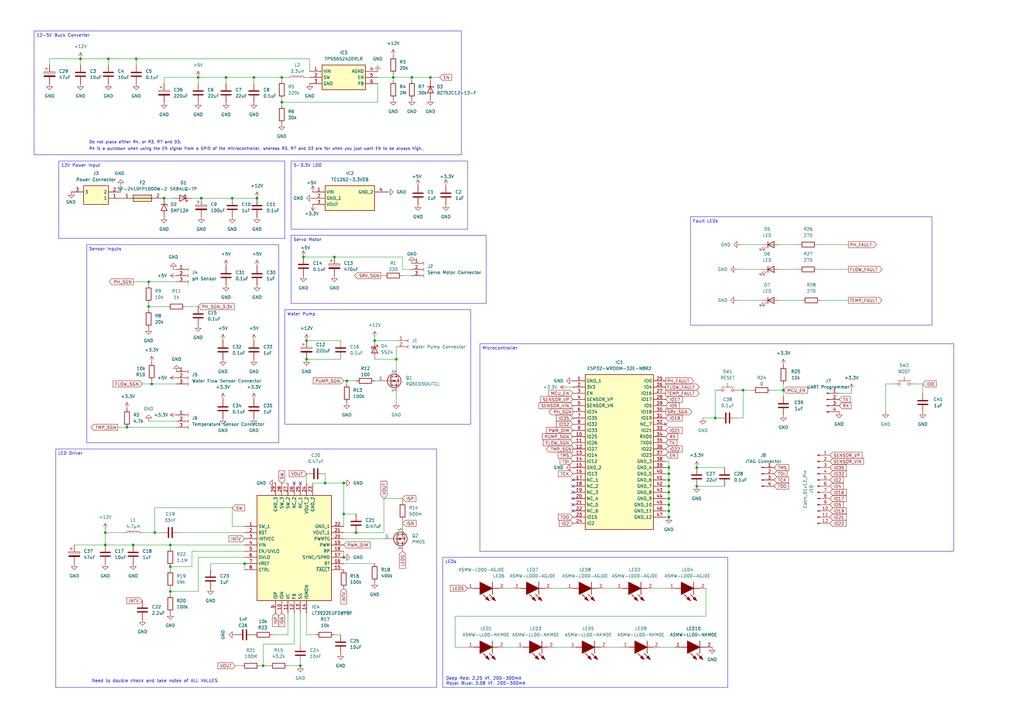
<source format=kicad_sch>
(kicad_sch (version 20250114) (generator "eeschema") (generator_version "9.0")
  (paper "A3")
  (text "R4 is a pulldown when using the EN signal from a GPIO of the microcontroller, whereas R3, R7 and D3 are for when you just want EN to be always high." (at 104.9458 61.1126 0) (effects (font (size 1.143 1.143))))
  (text "Need to double check and take notes of ALL VALUES" (at 63.5 279.4 0) (effects (font (size 1.27 1.27))))
  (text "Deep Red: 2.25 Vf, 200-300mA\nRoyal Blue: 3.08 VF, 200-300mA" (at 182.88 279.4 0) (effects (font (size 1.27 1.27)) (justify left)))
  (text "Do not place either R4, or R3, R7 and D3. " (at 55.88 58.42 0) (effects (font (size 1.143 1.143))))
  (text_box "5-3.3V LDO" (at 119.38 66.04 0) (size 72.39 27.94) (margins 0.9525 0.9525 0.9525 0.9525) (effects (font (size 1.27 1.27)) (justify left top)))
  (text_box "Water Pump" (at 116.84 127 0) (size 76.2 46.99) (margins 0.9525 0.9525 0.9525 0.9525) (effects (font (size 1.27 1.27)) (justify left top)))
  (text_box "Microcontroller\n" (at 196.85 140.97 0) (size 194.31 85.09) (margins 0.9525 0.9525 0.9525 0.9525) (effects (font (size 1.27 1.27)) (justify left top)))
  (text_box "12-5V Buck Converter" (at 13.97 12.7 0) (size 175.26 50.8) (margins 0.9525 0.9525 0.9525 0.9525) (effects (font (size 1.27 1.27)) (justify left top)))
  (text_box "Sensor Inputs" (at 35.56 100.33 0) (size 78.74 81.28) (margins 0.9525 0.9525 0.9525 0.9525) (effects (font (size 1.27 1.27)) (justify left top)))
  (text_box "LED Driver\n" (at 22.86 184.15 0) (size 156.21 97.79) (margins 0.9525 0.9525 0.9525 0.9525) (effects (font (size 1.27 1.27)) (justify left top)))
  (text_box "Fault LEDs" (at 283.21 88.9 0) (size 99.06 44.45) (margins 0.9525 0.9525 0.9525 0.9525) (effects (font (size 1.27 1.27)) (justify left top)))
  (text_box "LEDs\n" (at 181.61 228.6 0) (size 116.84 53.34) (margins 0.9525 0.9525 0.9525 0.9525) (effects (font (size 1.27 1.27)) (justify left top)))
  (text_box "12V Power Input" (at 24.13 66.04 0) (size 92.71 31.75) (margins 0.9525 0.9525 0.9525 0.9525) (effects (font (size 1.27 1.27)) (justify left top)))
  (text_box "Servo Motor " (at 119.38 96.52 0) (size 80.01 27.94) (margins 0.9525 0.9525 0.9525 0.9525) (effects (font (size 1.27 1.27)) (justify left top)))
  (junction (at 63.5 218.44))
  (junction (at 55.88 24.13))
  (junction (at 133.35 198.12))
  (junction (at 69.85 232.41))
  (junction (at 67.31 81.28))
  (junction (at 168.91 31.75))
  (junction (at 54.61 223.52))
  (junction (at 43.18 218.44))
  (junction (at 293.37 171.45))
  (junction (at 52.07 175.26))
  (junction (at 115.57 31.75))
  (junction (at 124.46 105.41))
  (junction (at 146.05 218.44))
  (junction (at 62.23 157.48))
  (junction (at 60.96 115.57))
  (junction (at 104.14 31.75))
  (junction (at 274.32 209.55))
  (junction (at 137.16 105.41))
  (junction (at 82.55 81.28))
  (junction (at 274.32 199.39))
  (junction (at 105.41 81.28))
  (junction (at 140.97 228.6))
  (junction (at 285.75 191.77))
  (junction (at 274.32 207.01))
  (junction (at 274.32 191.77))
  (junction (at 274.32 196.85))
  (junction (at 125.73 147.32))
  (junction (at 321.31 160.02))
  (junction (at 43.18 223.52))
  (junction (at 125.73 139.7))
  (junction (at 285.75 199.39))
  (junction (at 176.53 31.75))
  (junction (at 81.28 31.75))
  (junction (at 123.19 273.05))
  (junction (at 69.85 242.57))
  (junction (at 162.56 147.32))
  (junction (at 274.32 194.31))
  (junction (at 274.32 212.09))
  (junction (at 140.97 210.82))
  (junction (at 274.32 201.93))
  (junction (at 304.8 160.02))
  (junction (at 92.71 31.75))
  (junction (at 140.97 198.12))
  (junction (at 115.57 41.91))
  (junction (at 153.67 139.7))
  (junction (at 107.95 273.05))
  (junction (at 33.02 24.13))
  (junction (at 142.24 156.21))
  (junction (at 100.33 231.14))
  (junction (at 60.96 125.73))
  (junction (at 95.25 81.28))
  (junction (at 161.29 31.75))
  (junction (at 69.85 223.52))
  (junction (at 44.45 24.13))
  (junction (at 274.32 204.47))
  (no_connect (at 234.95 209.55))
  (no_connect (at 123.19 198.12))
  (no_connect (at 273.05 173.99))
  (no_connect (at 234.95 199.39))
  (no_connect (at 234.95 201.93))
  (no_connect (at 234.95 204.47))
  (no_connect (at 234.95 196.85))
  (no_connect (at 120.65 198.12))
  (no_connect (at 234.95 207.01))
  (wire (pts (xy 176.53 33.02) (xy 176.53 31.75)))
  (wire (pts (xy 252.73 241.3) (xy 247.65 241.3)))
  (wire (pts (xy 20.32 24.13) (xy 33.02 24.13)))
  (wire (pts (xy 69.85 232.41) (xy 78.74 232.41)))
  (wire (pts (xy 127 24.13) (xy 127 29.21)))
  (wire (pts (xy 304.8 160.02) (xy 303.53 160.02)))
  (wire (pts (xy 78.74 226.06) (xy 100.33 226.06)))
  (wire (pts (xy 378.46 161.29) (xy 378.46 157.48)))
  (wire (pts (xy 304.8 171.45) (xy 302.26 171.45)))
  (wire (pts (xy 44.45 24.13) (xy 55.88 24.13)))
  (wire (pts (xy 49.53 76.2) (xy 49.53 78.74)))
  (wire (pts (xy 95.25 215.9) (xy 100.33 215.9)))
  (wire (pts (xy 115.57 43.18) (xy 115.57 41.91)))
  (wire (pts (xy 142.24 156.21) (xy 140.97 156.21)))
  (wire (pts (xy 133.35 198.12) (xy 140.97 198.12)))
  (wire (pts (xy 273.05 199.39) (xy 274.32 199.39)))
  (wire (pts (xy 293.37 171.45) (xy 288.29 171.45)))
  (wire (pts (xy 128.27 198.12) (xy 133.35 198.12)))
  (wire (pts (xy 123.19 273.05) (xy 123.19 271.78)))
  (wire (pts (xy 43.18 223.52) (xy 54.61 223.52)))
  (wire (pts (xy 115.57 31.75) (xy 118.11 31.75)))
  (wire (pts (xy 320.04 100.33) (xy 327.66 100.33)))
  (wire (pts (xy 60.96 124.46) (xy 60.96 125.73)))
  (wire (pts (xy 161.29 30.48) (xy 161.29 31.75)))
  (wire (pts (xy 137.16 105.41) (xy 165.1 105.41)))
  (wire (pts (xy 100.33 231.14) (xy 100.33 233.68)))
  (wire (pts (xy 48.26 175.26) (xy 52.07 175.26)))
  (wire (pts (xy 63.5 218.44) (xy 63.5 208.28)))
  (wire (pts (xy 274.32 194.31) (xy 274.32 196.85)))
  (wire (pts (xy 212.09 265.43) (xy 207.01 265.43)))
  (wire (pts (xy 273.05 196.85) (xy 274.32 196.85)))
  (wire (pts (xy 165.1 113.03) (xy 168.91 113.03)))
  (wire (pts (xy 335.28 110.49) (xy 347.98 110.49)))
  (wire (pts (xy 274.32 199.39) (xy 274.32 201.93)))
  (wire (pts (xy 115.57 41.91) (xy 154.94 41.91)))
  (wire (pts (xy 115.57 33.02) (xy 115.57 31.75)))
  (wire (pts (xy 69.85 223.52) (xy 100.33 223.52)))
  (wire (pts (xy 344.17 161.29) (xy 349.25 161.29)))
  (wire (pts (xy 140.97 210.82) (xy 146.05 210.82)))
  (wire (pts (xy 153.67 156.21) (xy 154.94 156.21)))
  (wire (pts (xy 60.96 116.84) (xy 60.96 115.57)))
  (wire (pts (xy 140.97 226.06) (xy 140.97 228.6)))
  (wire (pts (xy 118.11 251.46) (xy 118.11 260.35)))
  (wire (pts (xy 54.61 223.52) (xy 69.85 223.52)))
  (wire (pts (xy 276.86 265.43) (xy 270.51 265.43)))
  (wire (pts (xy 186.69 265.43) (xy 191.77 265.43)))
  (wire (pts (xy 146.05 218.44) (xy 157.48 218.44)))
  (wire (pts (xy 273.05 204.47) (xy 274.32 204.47)))
  (wire (pts (xy 274.32 209.55) (xy 274.32 212.09)))
  (wire (pts (xy 302.26 110.49) (xy 312.42 110.49)))
  (wire (pts (xy 58.42 218.44) (xy 63.5 218.44)))
  (wire (pts (xy 153.67 147.32) (xy 162.56 147.32)))
  (wire (pts (xy 165.1 110.49) (xy 168.91 110.49)))
  (wire (pts (xy 336.55 123.19) (xy 347.98 123.19)))
  (wire (pts (xy 125.73 147.32) (xy 139.7 147.32)))
  (wire (pts (xy 274.32 201.93) (xy 274.32 204.47)))
  (wire (pts (xy 273.05 207.01) (xy 274.32 207.01)))
  (wire (pts (xy 104.14 31.75) (xy 115.57 31.75)))
  (wire (pts (xy 60.96 125.73) (xy 60.96 127)))
  (wire (pts (xy 52.07 175.26) (xy 72.39 175.26)))
  (wire (pts (xy 120.65 251.46) (xy 120.65 264.16)))
  (wire (pts (xy 153.67 231.14) (xy 140.97 231.14)))
  (wire (pts (xy 274.32 241.3) (xy 267.97 241.3)))
  (wire (pts (xy 118.11 273.05) (xy 123.19 273.05)))
  (wire (pts (xy 142.24 157.48) (xy 142.24 156.21)))
  (wire (pts (xy 162.56 147.32) (xy 162.56 151.13)))
  (wire (pts (xy 43.18 218.44) (xy 50.8 218.44)))
  (wire (pts (xy 168.91 31.75) (xy 161.29 31.75)))
  (wire (pts (xy 125.73 260.35) (xy 125.73 251.46)))
  (wire (pts (xy 81.28 242.57) (xy 69.85 242.57)))
  (wire (pts (xy 285.75 199.39) (xy 297.18 199.39)))
  (wire (pts (xy 153.67 139.7) (xy 162.56 139.7)))
  (wire (pts (xy 321.31 162.56) (xy 321.31 160.02)))
  (wire (pts (xy 81.28 34.29) (xy 81.28 31.75)))
  (wire (pts (xy 43.18 217.17) (xy 43.18 218.44)))
  (wire (pts (xy 165.1 204.47) (xy 165.1 205.74)))
  (wire (pts (xy 124.46 105.41) (xy 137.16 105.41)))
  (wire (pts (xy 176.53 31.75) (xy 168.91 31.75)))
  (wire (pts (xy 140.97 198.12) (xy 140.97 210.82)))
  (wire (pts (xy 255.27 265.43) (xy 248.92 265.43)))
  (wire (pts (xy 304.8 160.02) (xy 304.8 171.45)))
  (wire (pts (xy 60.96 125.73) (xy 68.58 125.73)))
  (wire (pts (xy 81.28 125.73) (xy 76.2 125.73)))
  (wire (pts (xy 20.32 26.67) (xy 20.32 24.13)))
  (wire (pts (xy 289.56 252.73) (xy 186.69 252.73)))
  (wire (pts (xy 63.5 218.44) (xy 66.04 218.44)))
  (wire (pts (xy 320.04 123.19) (xy 328.93 123.19)))
  (wire (pts (xy 69.85 223.52) (xy 69.85 224.79)))
  (wire (pts (xy 289.56 241.3) (xy 289.56 252.73)))
  (wire (pts (xy 54.61 115.57) (xy 60.96 115.57)))
  (wire (pts (xy 92.71 31.75) (xy 104.14 31.75)))
  (wire (pts (xy 69.85 232.41) (xy 69.85 233.68)))
  (wire (pts (xy 168.91 33.02) (xy 168.91 31.75)))
  (wire (pts (xy 67.31 31.75) (xy 81.28 31.75)))
  (wire (pts (xy 69.85 242.57) (xy 69.85 243.84)))
  (wire (pts (xy 71.12 110.49) (xy 72.39 110.49)))
  (wire (pts (xy 273.05 201.93) (xy 274.32 201.93)))
  (wire (pts (xy 81.28 31.75) (xy 92.71 31.75)))
  (wire (pts (xy 162.56 142.24) (xy 162.56 147.32)))
  (wire (pts (xy 78.74 81.28) (xy 82.55 81.28)))
  (wire (pts (xy 302.26 123.19) (xy 312.42 123.19)))
  (wire (pts (xy 232.41 241.3) (xy 226.06 241.3)))
  (wire (pts (xy 210.82 241.3) (xy 207.01 241.3)))
  (wire (pts (xy 285.75 191.77) (xy 297.18 191.77)))
  (wire (pts (xy 146.05 156.21) (xy 142.24 156.21)))
  (wire (pts (xy 140.97 210.82) (xy 140.97 215.9)))
  (wire (pts (xy 100.33 228.6) (xy 81.28 228.6)))
  (wire (pts (xy 232.41 158.75) (xy 234.95 158.75)))
  (wire (pts (xy 125.73 139.7) (xy 139.7 139.7)))
  (wire (pts (xy 81.28 228.6) (xy 81.28 242.57)))
  (wire (pts (xy 303.53 100.33) (xy 312.42 100.33)))
  (wire (pts (xy 107.95 273.05) (xy 110.49 273.05)))
  (wire (pts (xy 33.02 24.13) (xy 44.45 24.13)))
  (wire (pts (xy 67.31 81.28) (xy 71.12 81.28)))
  (wire (pts (xy 63.5 208.28) (xy 95.25 208.28)))
  (wire (pts (xy 378.46 157.48) (xy 375.92 157.48)))
  (wire (pts (xy 274.32 189.23) (xy 274.32 191.77)))
  (wire (pts (xy 157.48 204.47) (xy 165.1 204.47)))
  (wire (pts (xy 273.05 194.31) (xy 274.32 194.31)))
  (wire (pts (xy 320.04 110.49) (xy 327.66 110.49)))
  (wire (pts (xy 106.68 273.05) (xy 107.95 273.05)))
  (wire (pts (xy 154.94 31.75) (xy 161.29 31.75)))
  (wire (pts (xy 100.33 231.14) (xy 86.36 231.14)))
  (wire (pts (xy 60.96 172.72) (xy 72.39 172.72)))
  (wire (pts (xy 69.85 241.3) (xy 69.85 242.57)))
  (wire (pts (xy 78.74 232.41) (xy 78.74 226.06)))
  (wire (pts (xy 58.42 157.48) (xy 62.23 157.48)))
  (wire (pts (xy 92.71 34.29) (xy 92.71 31.75)))
  (wire (pts (xy 363.22 168.91) (xy 363.22 157.48)))
  (wire (pts (xy 274.32 196.85) (xy 274.32 199.39)))
  (wire (pts (xy 55.88 24.13) (xy 55.88 26.67)))
  (wire (pts (xy 67.31 34.29) (xy 67.31 31.75)))
  (wire (pts (xy 115.57 41.91) (xy 115.57 40.64)))
  (wire (pts (xy 73.66 218.44) (xy 100.33 218.44)))
  (wire (pts (xy 86.36 231.14) (xy 86.36 233.68)))
  (wire (pts (xy 129.54 260.35) (xy 125.73 260.35)))
  (wire (pts (xy 133.35 198.12) (xy 133.35 194.31)))
  (wire (pts (xy 115.57 198.12) (xy 118.11 198.12)))
  (wire (pts (xy 125.73 31.75) (xy 127 31.75)))
  (wire (pts (xy 30.48 223.52) (xy 43.18 223.52)))
  (wire (pts (xy 95.25 81.28) (xy 105.41 81.28)))
  (wire (pts (xy 153.67 138.43) (xy 153.67 139.7)))
  (wire (pts (xy 44.45 24.13) (xy 44.45 26.67)))
  (wire (pts (xy 140.97 218.44) (xy 146.05 218.44)))
  (wire (pts (xy 154.94 34.29) (xy 154.94 41.91)))
  (wire (pts (xy 96.52 273.05) (xy 99.06 273.05)))
  (wire (pts (xy 157.48 204.47) (xy 157.48 218.44)))
  (wire (pts (xy 125.73 194.31) (xy 125.73 198.12)))
  (wire (pts (xy 107.95 273.05) (xy 107.95 264.16)))
  (wire (pts (xy 293.37 171.45) (xy 294.64 171.45)))
  (wire (pts (xy 107.95 264.16) (xy 120.65 264.16)))
  (wire (pts (xy 349.25 161.29) (xy 349.25 160.02)))
  (wire (pts (xy 321.31 160.02) (xy 316.23 160.02)))
  (wire (pts (xy 60.96 115.57) (xy 72.39 115.57)))
  (wire (pts (xy 273.05 212.09) (xy 274.32 212.09)))
  (wire (pts (xy 43.18 218.44) (xy 43.18 223.52)))
  (wire (pts (xy 274.32 191.77) (xy 274.32 194.31)))
  (wire (pts (xy 274.32 207.01) (xy 274.32 209.55)))
  (wire (pts (xy 233.68 265.43) (xy 227.33 265.43)))
  (wire (pts (xy 293.37 171.45) (xy 293.37 160.02)))
  (wire (pts (xy 186.69 252.73) (xy 186.69 265.43)))
  (wire (pts (xy 55.88 24.13) (xy 127 24.13)))
  (wire (pts (xy 165.1 213.36) (xy 165.1 215.9)))
  (wire (pts (xy 308.61 160.02) (xy 304.8 160.02)))
  (wire (pts (xy 104.14 34.29) (xy 104.14 31.75)))
  (wire (pts (xy 62.23 157.48) (xy 72.39 157.48)))
  (wire (pts (xy 335.28 100.33) (xy 347.98 100.33)))
  (wire (pts (xy 33.02 26.67) (xy 33.02 24.13)))
  (wire (pts (xy 156.21 113.03) (xy 157.48 113.03)))
  (wire (pts (xy 95.25 208.28) (xy 95.25 215.9)))
  (wire (pts (xy 273.05 189.23) (xy 274.32 189.23)))
  (wire (pts (xy 363.22 157.48) (xy 365.76 157.48)))
  (wire (pts (xy 162.56 165.1) (xy 162.56 161.29)))
  (wire (pts (xy 180.34 31.75) (xy 176.53 31.75)))
  (wire (pts (xy 165.1 105.41) (xy 165.1 110.49)))
  (wire (pts (xy 62.23 156.21) (xy 62.23 157.48)))
  (wire (pts (xy 274.32 204.47) (xy 274.32 207.01)))
  (wire (pts (xy 118.11 260.35) (xy 111.76 260.35)))
  (wire (pts (xy 140.97 220.98) (xy 157.48 220.98)))
  (wire (pts (xy 137.16 260.35) (xy 139.7 260.35)))
  (wire (pts (xy 273.05 191.77) (xy 274.32 191.77)))
  (wire (pts (xy 321.31 157.48) (xy 321.31 160.02)))
  (wire (pts (xy 273.05 209.55) (xy 274.32 209.55)))
  (wire (pts (xy 123.19 264.16) (xy 123.19 251.46)))
  (wire (pts (xy 161.29 33.02) (xy 161.29 31.75)))
  (wire (pts (xy 82.55 81.28) (xy 95.25 81.28)))
  (global_label "RX" (shape input) (at 344.17 166.37 0) (property "Intersheetrefs" "${INTERSHEET_REFS}" (effects (hide yes))))
  (global_label "IO19" (shape input) (at 273.05 171.45 0) (property "Intersheetrefs" "${INTERSHEET_REFS}" (effects (hide yes))))
  (global_label "SENSOR_VP" (shape input) (at 340.36 186.69 0) (property "Intersheetrefs" "${INTERSHEET_REFS}" (effects (hide yes))))
  (global_label "VOUT" (shape input) (at 125.73 194.31 180) (property "Intersheetrefs" "${INTERSHEET_REFS}" (effects (hide yes))))
  (global_label "TDO" (shape input) (at 234.95 212.09 180) (property "Intersheetrefs" "${INTERSHEET_REFS}" (effects (hide yes))))
  (global_label "IO35" (shape input) (at 234.95 171.45 180) (property "Intersheetrefs" "${INTERSHEET_REFS}" (effects (hide yes))))
  (global_label "PUMP_SGN" (shape input) (at 140.97 156.21 180) (property "Intersheetrefs" "${INTERSHEET_REFS}" (effects (hide yes))))
  (global_label "IO32" (shape input) (at 234.95 173.99 180) (property "Intersheetrefs" "${INTERSHEET_REFS}" (effects (hide yes))))
  (global_label "TDI" (shape input) (at 317.5 194.31 0) (property "Intersheetrefs" "${INTERSHEET_REFS}" (effects (hide yes))))
  (global_label "IO21" (shape input) (at 340.36 212.09 0) (property "Intersheetrefs" "${INTERSHEET_REFS}" (effects (hide yes))))
  (global_label "RX" (shape input) (at 273.05 179.07 0) (property "Intersheetrefs" "${INTERSHEET_REFS}" (effects (hide yes))))
  (global_label "PH_SGN" (shape output) (at 234.95 168.91 180) (property "Intersheetrefs" "${INTERSHEET_REFS}" (effects (hide yes))))
  (global_label "EN" (shape input) (at 180.34 31.75 0) (property "Intersheetrefs" "${INTERSHEET_REFS}" (effects (hide yes))))
  (global_label "IO17" (shape input) (at 340.36 204.47 0) (property "Intersheetrefs" "${INTERSHEET_REFS}" (effects (hide yes))))
  (global_label "TEMP_FAULT" (shape output) (at 347.98 123.19 0) (property "Intersheetrefs" "${INTERSHEET_REFS}" (effects (hide yes))))
  (global_label "EN" (shape input) (at 273.05 186.69 0) (property "Intersheetrefs" "${INTERSHEET_REFS}" (effects (hide yes))))
  (global_label "TMS" (shape input) (at 234.95 186.69 180) (property "Intersheetrefs" "${INTERSHEET_REFS}" (effects (hide yes))))
  (global_label "IO0" (shape input) (at 378.46 157.48 0) (property "Intersheetrefs" "${INTERSHEET_REFS}" (effects (hide yes))))
  (global_label "INTV" (shape input) (at 140.97 241.3 270) (property "Intersheetrefs" "${INTERSHEET_REFS}" (effects (hide yes))))
  (global_label "FLOW_SGN" (shape input) (at 58.42 157.48 180) (property "Intersheetrefs" "${INTERSHEET_REFS}" (effects (hide yes))))
  (global_label "TDI" (shape input) (at 234.95 189.23 180) (property "Intersheetrefs" "${INTERSHEET_REFS}" (effects (hide yes))))
  (global_label "MCU_EN" (shape input) (at 321.31 160.02 0) (property "Intersheetrefs" "${INTERSHEET_REFS}" (effects (hide yes))))
  (global_label "TMP_SGN" (shape output) (at 234.95 184.15 180) (property "Intersheetrefs" "${INTERSHEET_REFS}" (effects (hide yes))))
  (global_label "FLOW_FAULT" (shape output) (at 347.98 110.49 0) (property "Intersheetrefs" "${INTERSHEET_REFS}" (effects (hide yes))))
  (global_label "FLOW_FAULT" (shape output) (at 273.05 158.75 0) (property "Intersheetrefs" "${INTERSHEET_REFS}" (effects (hide yes))))
  (global_label "IO22" (shape input) (at 273.05 184.15 0) (property "Intersheetrefs" "${INTERSHEET_REFS}" (effects (hide yes))))
  (global_label "TMS" (shape input) (at 317.5 191.77 0) (property "Intersheetrefs" "${INTERSHEET_REFS}" (effects (hide yes))))
  (global_label "IO21" (shape input) (at 273.05 176.53 0) (property "Intersheetrefs" "${INTERSHEET_REFS}" (effects (hide yes))))
  (global_label "LEDS" (shape input) (at 165.1 226.06 270) (property "Intersheetrefs" "${INTERSHEET_REFS}" (effects (hide yes))))
  (global_label "MCU_EN" (shape input) (at 234.95 161.29 180) (property "Intersheetrefs" "${INTERSHEET_REFS}" (effects (hide yes))))
  (global_label "ISN" (shape input) (at 165.1 214.63 0) (property "Intersheetrefs" "${INTERSHEET_REFS}" (effects (hide yes))))
  (global_label "TMP_SGN" (shape output) (at 48.26 175.26 180) (property "Intersheetrefs" "${INTERSHEET_REFS}" (effects (hide yes))))
  (global_label "IO2" (shape input) (at 234.95 214.63 180) (property "Intersheetrefs" "${INTERSHEET_REFS}" (effects (hide yes))))
  (global_label "SRV_SGN" (shape output) (at 156.21 113.03 180) (property "Intersheetrefs" "${INTERSHEET_REFS}" (effects (hide yes))))
  (global_label "SENSOR_VIN" (shape input) (at 234.95 166.37 180) (property "Intersheetrefs" "${INTERSHEET_REFS}" (effects (hide yes))))
  (global_label "LEDS" (shape input) (at 191.77 241.3 180) (property "Intersheetrefs" "${INTERSHEET_REFS}" (effects (hide yes))))
  (global_label "PH_FAULT" (shape output) (at 347.98 100.33 0) (property "Intersheetrefs" "${INTERSHEET_REFS}" (effects (hide yes))))
  (global_label "SW" (shape input) (at 95.25 208.28 0) (property "Intersheetrefs" "${INTERSHEET_REFS}" (effects (hide yes))))
  (global_label "ISP" (shape input) (at 165.1 204.47 0) (property "Intersheetrefs" "${INTERSHEET_REFS}" (effects (hide yes))))
  (global_label "PWM_DIM" (shape input) (at 234.95 176.53 180) (property "Intersheetrefs" "${INTERSHEET_REFS}" (effects (hide yes))))
  (global_label "IO17" (shape input) (at 273.05 163.83 0) (property "Intersheetrefs" "${INTERSHEET_REFS}" (effects (hide yes))))
  (global_label "PH_SGN_3.3V" (shape input) (at 81.28 125.73 0) (property "Intersheetrefs" "${INTERSHEET_REFS}" (effects (hide yes))))
  (global_label "IO35" (shape input) (at 340.36 191.77 0) (property "Intersheetrefs" "${INTERSHEET_REFS}" (effects (hide yes))))
  (global_label "TX" (shape input) (at 273.05 181.61 0) (property "Intersheetrefs" "${INTERSHEET_REFS}" (effects (hide yes))))
  (global_label "IO5" (shape input) (at 340.36 207.01 0) (property "Intersheetrefs" "${INTERSHEET_REFS}" (effects (hide yes))))
  (global_label "INTV" (shape input) (at 58.42 246.38 180) (property "Intersheetrefs" "${INTERSHEET_REFS}" (effects (hide yes))))
  (global_label "TEMP_FAULT" (shape output) (at 273.05 161.29 0) (property "Intersheetrefs" "${INTERSHEET_REFS}" (effects (hide yes))))
  (global_label "ISN" (shape input) (at 115.57 251.46 270) (property "Intersheetrefs" "${INTERSHEET_REFS}" (effects (hide yes))))
  (global_label "SW" (shape input) (at 115.57 198.12 90) (property "Intersheetrefs" "${INTERSHEET_REFS}" (effects (hide yes))))
  (global_label "TCK" (shape input) (at 234.95 194.31 180) (property "Intersheetrefs" "${INTERSHEET_REFS}" (effects (hide yes))))
  (global_label "TCK" (shape input) (at 317.5 196.85 0) (property "Intersheetrefs" "${INTERSHEET_REFS}" (effects (hide yes))))
  (global_label "PH_FAULT" (shape output) (at 273.05 156.21 0) (property "Intersheetrefs" "${INTERSHEET_REFS}" (effects (hide yes))))
  (global_label "SENSOR_VP" (shape input) (at 234.95 163.83 180) (property "Intersheetrefs" "${INTERSHEET_REFS}" (effects (hide yes))))
  (global_label "VOUT" (shape input) (at 157.48 204.47 90) (property "Intersheetrefs" "${INTERSHEET_REFS}" (effects (hide yes))))
  (global_label "IO22" (shape input) (at 340.36 214.63 0) (property "Intersheetrefs" "${INTERSHEET_REFS}" (effects (hide yes))))
  (global_label "PUMP_SGN" (shape input) (at 234.95 179.07 180) (property "Intersheetrefs" "${INTERSHEET_REFS}" (effects (hide yes))))
  (global_label "SENSOR_VIN" (shape input) (at 340.36 189.23 0) (property "Intersheetrefs" "${INTERSHEET_REFS}" (effects (hide yes))))
  (global_label "IO32" (shape input) (at 340.36 194.31 0) (property "Intersheetrefs" "${INTERSHEET_REFS}" (effects (hide yes))))
  (global_label "SRV_SGN" (shape output) (at 273.05 168.91 0) (property "Intersheetrefs" "${INTERSHEET_REFS}" (effects (hide yes))))
  (global_label "PWM_DIM" (shape input) (at 140.97 223.52 0) (property "Intersheetrefs" "${INTERSHEET_REFS}" (effects (hide yes))))
  (global_label "TX" (shape input) (at 344.17 163.83 0) (property "Intersheetrefs" "${INTERSHEET_REFS}" (effects (hide yes))))
  (global_label "IO19" (shape input) (at 340.36 209.55 0) (property "Intersheetrefs" "${INTERSHEET_REFS}" (effects (hide yes))))
  (global_label "IO4" (shape input) (at 340.36 199.39 0) (property "Intersheetrefs" "${INTERSHEET_REFS}" (effects (hide yes))))
  (global_label "VOUT" (shape input) (at 96.52 273.05 180) (property "Intersheetrefs" "${INTERSHEET_REFS}" (effects (hide yes))))
  (global_label "INTV" (shape input) (at 100.33 220.98 180) (property "Intersheetrefs" "${INTERSHEET_REFS}" (effects (hide yes))))
  (global_label "TDO" (shape input) (at 317.5 199.39 0) (property "Intersheetrefs" "${INTERSHEET_REFS}" (effects (hide yes))))
  (global_label "FLOW_SGN" (shape input) (at 234.95 181.61 180) (property "Intersheetrefs" "${INTERSHEET_REFS}" (effects (hide yes))))
  (global_label "PH_SGN" (shape output) (at 54.61 115.57 180) (property "Intersheetrefs" "${INTERSHEET_REFS}" (effects (hide yes))))
  (global_label "IO2" (shape input) (at 340.36 196.85 0) (property "Intersheetrefs" "${INTERSHEET_REFS}" (effects (hide yes))))
  (global_label "ISP" (shape input) (at 113.03 251.46 270) (property "Intersheetrefs" "${INTERSHEET_REFS}" (effects (hide yes))))
  (global_label "IO5" (shape input) (at 273.05 166.37 0) (property "Intersheetrefs" "${INTERSHEET_REFS}" (effects (hide yes))))
  (global_label "IO16" (shape input) (at 340.36 201.93 0) (property "Intersheetrefs" "${INTERSHEET_REFS}" (effects (hide yes))))
  (symbol (lib_id "power:+5V") (at 81.28 31.75 0) (unit 1)
    (property "Reference" "#PWR037" (effects (hide yes)))
    (property "Value" "+5V" (at 81.28 26.67 0))
    (property "Description" "Power symbol creates a global label with name \"+5V\"" (effects (hide yes)))
  )
  (symbol (lib_id "power:+3.3V") (at 321.31 149.86 0) (unit 1)
    (property "Reference" "#PWR086" (effects (hide yes)))
    (property "Value" "+3.3V" (at 321.31 144.78 0))
    (property "Description" "Power symbol creates a global label with name \"+3.3V\"" (effects (hide yes)))
  )
  (symbol (lib_id "power:GND") (at 127 34.29 0) (unit 1)
    (property "Reference" "#PWR028" (effects (hide yes)))
    (property "Value" "GND" (at 127 39.37 0))
    (property "Description" "Power symbol creates a global label with name \"GND\" , ground" (effects (hide yes)))
  )
  (symbol (lib_id "power:GND") (at 234.95 191.77 270) (unit 1)
    (property "Reference" "#PWR057" (effects (hide yes)))
    (property "Value" "GND" (at 231.14 191.7699 90) (effects (justify right)))
    (property "Description" "Power symbol creates a global label with name \"GND\" , ground" (effects (hide yes)))
  )
  (symbol (lib_id "Device:R") (at 165.1 209.55 0) (unit 1)
    (property "Reference" "R14" (at 167.64 208.2799 0) (effects (justify left)))
    (property "Value" "500m" (at 167.64 210.8199 0) (effects (justify left)))
    (property "Description" "Resistor" (effects (hide yes)))
  )
  (symbol (lib_id "power:+5V") (at 92.71 109.22 0) (unit 1)
    (property "Reference" "#PWR070" (effects (hide yes)))
    (property "Value" "+5V" (at 92.71 104.14 0))
    (property "Description" "Power symbol creates a global label with name \"+5V\"" (effects (hide yes)))
  )
  (symbol (lib_id "Device:C") (at 139.7 264.16 180) (unit 1)
    (property "Reference" "C25" (at 143.51 262.8899 0) (effects (justify right)))
    (property "Value" "10uF" (at 143.51 265.4299 0) (effects (justify right)))
    (property "Footprint" "SamacSys_Parts:CAPC3216X180N" (effects (hide yes)))
    (property "Description" "Unpolarized capacitor" (effects (hide yes)))
  )
  (symbol (lib_id "power:+12V") (at 125.73 139.7 0) (unit 1)
    (property "Reference" "#PWR051" (effects (hide yes)))
    (property "Value" "+12V" (at 125.73 134.62 0))
    (property "Description" "Power symbol creates a global label with name \"+12V\"" (effects (hide yes)))
  )
  (symbol (lib_id "power:GND") (at 67.31 88.9 0) (unit 1)
    (property "Reference" "#PWR041" (effects (hide yes)))
    (property "Value" "GND" (at 67.31 93.98 0))
    (property "Description" "Power symbol creates a global label with name \"GND\" , ground" (effects (hide yes)))
  )
  (symbol (lib_id "Device:C") (at 297.18 195.58 0) (unit 1)
    (property "Reference" "C28" (at 300.99 194.3099 0) (effects (justify left)))
    (property "Value" "0.1uF" (at 300.99 196.8499 0) (effects (justify left)))
    (property "Footprint" "SamacSys_Parts:CAPC1608X90N" (effects (hide yes)))
    (property "Description" "Unpolarized capacitor" (effects (hide yes)))
  )
  (symbol (lib_id "power:+5V") (at 104.14 163.83 0) (unit 1)
    (property "Reference" "#PWR080" (effects (hide yes)))
    (property "Value" "+3.3V" (at 104.14 158.75 0))
    (property "Description" "Power symbol creates a global label with name \"+5V\"" (effects (hide yes)))
  )
  (symbol (lib_id "Connector:Conn_01x03_Socket") (at 77.47 154.94 0) (unit 1)
    (property "Reference" "J5" (at 78.74 153.6699 0) (effects (justify left)))
    (property "Value" "Water Flow Sensor Connector" (at 78.74 156.2099 0) (effects (justify left)))
    (property "Footprint" "SamacSys_Parts:691137710003" (effects (hide yes)))
    (property "Description" "Generic connector, single row, 01x03, script generated" (effects (hide yes)))
  )
  (symbol (lib_id "Device:R") (at 332.74 123.19 90) (unit 1)
    (property "Reference" "R28" (at 332.74 116.84 90))
    (property "Value" "270" (at 332.74 119.38 90))
    (property "Footprint" "SamacSys_Parts:RESC1608X55N" (effects (hide yes)))
    (property "Description" "Resistor" (effects (hide yes)))
  )
  (symbol (lib_id "power:GND") (at 161.29 40.64 0) (unit 1)
    (property "Reference" "#PWR015" (effects (hide yes)))
    (property "Value" "GND" (at 161.29 45.72 0))
    (property "Description" "Power symbol creates a global label with name \"GND\" , ground" (effects (hide yes)))
  )
  (symbol (lib_id "power:GND") (at 142.24 165.1 0) (unit 1)
    (property "Reference" "#PWR024" (effects (hide yes)))
    (property "Value" "GND" (at 142.24 170.18 0))
    (property "Description" "Power symbol creates a global label with name \"GND\" , ground" (effects (hide yes)))
  )
  (symbol (lib_id "power:+3.3V") (at 349.25 160.02 0) (unit 1)
    (property "Reference" "#PWR087" (effects (hide yes)))
    (property "Value" "+3.3V" (at 349.25 154.94 0))
    (property "Description" "Power symbol creates a global label with name \"+3.3V\"" (effects (hide yes)))
  )
  (symbol (lib_id "power:GND") (at 60.96 134.62 0) (unit 1)
    (property "Reference" "#PWR011" (effects (hide yes)))
    (property "Value" "GND" (at 60.96 139.7 0))
    (property "Description" "Power symbol creates a global label with name \"GND\" , ground" (effects (hide yes)))
  )
  (symbol (lib_id "Device:R") (at 161.29 113.03 90) (unit 1)
    (property "Reference" "R1" (at 161.29 107.95 90))
    (property "Value" "220" (at 161.29 110.49 90))
    (property "Footprint" "SamacSys_Parts:RESC1608X55N" (effects (hide yes)))
    (property "Description" "Resistor" (effects (hide yes)))
  )
  (symbol (lib_id "power:GND") (at 67.31 41.91 0) (unit 1)
    (property "Reference" "#PWR084" (effects (hide yes)))
    (property "Value" "GND" (at 67.31 46.99 0))
    (property "Description" "Power symbol creates a global label with name \"GND\" , ground" (effects (hide yes)))
  )
  (symbol (lib_id "power:+5V") (at 91.44 139.7 0) (unit 1)
    (property "Reference" "#PWR074" (effects (hide yes)))
    (property "Value" "+5V" (at 91.44 134.62 0))
    (property "Description" "Power symbol creates a global label with name \"+5V\"" (effects (hide yes)))
  )
  (symbol (lib_id "power:GND") (at 158.75 78.74 90) (unit 1)
    (property "Reference" "#PWR04" (effects (hide yes)))
    (property "Value" "GND" (at 162.56 78.7399 90) (effects (justify right)))
    (property "Description" "Power symbol creates a global label with name \"GND\" , ground" (effects (hide yes)))
  )
  (symbol (lib_id "power:GND") (at 81.28 133.35 0) (unit 1)
    (property "Reference" "#PWR050" (effects (hide yes)))
    (property "Value" "GND" (at 81.28 138.43 0))
    (property "Description" "Power symbol creates a global label with name \"GND\" , ground" (effects (hide yes)))
  )
  (symbol (lib_id "Device:C") (at 104.14 38.1 0) (unit 1)
    (property "Reference" "C8" (at 107.95 36.8299 0) (effects (justify left)))
    (property "Value" "0.1uF" (at 107.95 39.3699 0) (effects (justify left)))
    (property "Footprint" "SamacSys_Parts:CAPC1608X90N" (effects (hide yes)))
    (property "Description" "Unpolarized capacitor" (effects (hide yes)))
  )
  (symbol (lib_id "power:+5V") (at 105.41 109.22 0) (unit 1)
    (property "Reference" "#PWR072" (effects (hide yes)))
    (property "Value" "+5V" (at 105.41 104.14 0))
    (property "Description" "Power symbol creates a global label with name \"+5V\"" (effects (hide yes)))
  )
  (symbol (lib_id "power:GND") (at 104.14 171.45 0) (unit 1)
    (property "Reference" "#PWR081" (effects (hide yes)))
    (property "Value" "GND" (at 104.14 176.53 0))
    (property "Description" "Power symbol creates a global label with name \"GND\" , ground" (effects (hide yes)))
  )
  (symbol (lib_id "power:GND") (at 302.26 110.49 270) (unit 1)
    (property "Reference" "#PWR093" (effects (hide yes)))
    (property "Value" "GND" (at 298.45 110.4899 90) (effects (justify right)))
    (property "Description" "Power symbol creates a global label with name \"GND\" , ground" (effects (hide yes)))
  )
  (symbol (lib_id "power:+5V") (at 72.39 170.18 90) (unit 1)
    (property "Reference" "#PWR021" (effects (hide yes)))
    (property "Value" "+3.3V" (at 66.04 170.18 90))
    (property "Description" "Power symbol creates a global label with name \"+5V\"" (effects (hide yes)))
  )
  (symbol (lib_id "Device:C") (at 91.44 167.64 0) (unit 1)
    (property "Reference" "C34" (at 95.25 166.3699 0) (effects (justify left)))
    (property "Value" "0.1uF" (at 95.25 168.9099 0) (effects (justify left)))
    (property "Footprint" "SamacSys_Parts:CAPC1608X90N" (effects (hide yes)))
    (property "Description" "Unpolarized capacitor" (effects (hide yes)))
  )
  (symbol (lib_id "SamacSys_Parts:ASMW-LL00-NKM0E") (at 227.33 265.43 180) (unit 1)
    (property "Reference" "LED3" (at 219.71 257.81 0))
    (property "Value" "ASMW-LL00-NKM0E" (at 219.71 260.35 0))
    (property "Footprint" "SamacSys_Parts:ASMWLL00NKM0E" (effects (hide yes)))
    (property "Datasheet" "https://www.mouser.de/datasheet/2/678/Broadcom_01_02_2020_ASMW_LD00_AGJ0E_ASMW_L300_AFH0-1892072.pdf" (effects (hide yes)))
    (property "Description" "High Power LEDs - Single Colour Horticulture 0.5W 2835 Surface Mount LED" (effects (hide yes)))
    (property "Height" "0.9" (effects (hide yes)))
    (property "Mouser Part Number" "630-ASMW-LL00-NKM0E" (effects (hide yes)))
    (property "Mouser Price/Stock" "https://www.mouser.co.uk/ProductDetail/Broadcom-Avago/ASMW-LL00-NKM0E?qs=PqoDHHvF649JVZrV5EbDyA%3D%3D" (effects (hide yes)))
    (property "Manufacturer_Name" "Avago Technologies" (effects (hide yes)))
    (property "Manufacturer_Part_Number" "ASMW-LL00-NKM0E" (effects (hide yes)))
  )
  (symbol (lib_id "Device:R") (at 161.29 36.83 180) (unit 1)
    (property "Reference" "R4" (at 163.83 35.5599 0) (effects (justify right)))
    (property "Value" "2M" (at 163.83 38.0999 0) (effects (justify right)))
    (property "Footprint" "SamacSys_Parts:RESC2012X60N" (effects (hide yes)))
    (property "Description" "Resistor" (effects (hide yes)))
  )
  (symbol (lib_id "Device:LED") (at 316.23 123.19 0) (unit 1)
    (property "Reference" "D7" (at 314.6425 116.84 0))
    (property "Value" "LED" (at 314.6425 119.38 0))
    (property "Footprint" "LED_THT:LED_D5.0mm" (effects (hide yes)))
    (property "Description" "Light emitting diode" (effects (hide yes)))
    (property "Sim.Pins" "1=K 2=A" (effects (hide yes)))
  )
  (symbol (lib_id "power:GND") (at 44.45 34.29 0) (unit 1)
    (property "Reference" "#PWR032" (effects (hide yes)))
    (property "Value" "GND" (at 44.45 39.37 0))
    (property "Description" "Power symbol creates a global label with name \"GND\" , ground" (effects (hide yes)))
  )
  (symbol (lib_id "SamacSys_Parts:TPS565242DRLR") (at 127 29.21 0) (unit 1)
    (property "Reference" "IC3" (at 140.97 21.59 0))
    (property "Value" "TPS565242DRLR" (at 140.97 24.13 0))
    (property "Footprint" "SOTFL50P160X60-6N" (effects (hide yes)))
    (property "Datasheet" "https://www.ti.com/lit/gpn/tps565247" (effects (hide yes)))
    (property "Description" "Switching Voltage Regulators 3-V to 16-V input voltage, 5-A ECO mode, synchronous buck converter in SOT-563 package" (effects (hide yes)))
    (property "Height" "0.6" (effects (hide yes)))
    (property "Mouser Part Number" "595-TPS565242DRLR" (effects (hide yes)))
    (property "Mouser Price/Stock" "https://www.mouser.co.uk/ProductDetail/Texas-Instruments/TPS565242DRLR?qs=tlsG%2FOw5FFgHUuabKshykA%3D%3D" (effects (hide yes)))
    (property "Manufacturer_Name" "Texas Instruments" (effects (hide yes)))
    (property "Manufacturer_Part_Number" "TPS565242DRLR" (effects (hide yes)))
  )
  (symbol (lib_id "Device:C_Polarized") (at 82.55 85.09 0) (unit 1)
    (property "Reference" "C9" (at 86.36 83.82 0) (effects (justify left)))
    (property "Value" "100uF" (at 86.36 86.36 0) (effects (justify left)))
    (property "Footprint" "SamacSys_Parts:CAPAE630X800N" (effects (hide yes)))
    (property "Description" "Polarized capacitor" (effects (hide yes)))
  )
  (symbol (lib_id "Device:C") (at 139.7 143.51 0) (unit 1)
    (property "Reference" "C16" (at 143.51 142.2399 0) (effects (justify left)))
    (property "Value" "0.1uF" (at 143.51 144.78 0) (effects (justify left)))
    (property "Footprint" "SamacSys_Parts:CAPC1608X90N" (effects (hide yes)))
    (property "Description" "Unpolarized capacitor" (effects (hide yes)))
  )
  (symbol (lib_id "power:GND") (at 60.96 172.72 180) (unit 1)
    (property "Reference" "#PWR022" (effects (hide yes)))
    (property "Value" "GND" (at 60.96 167.64 0))
    (property "Description" "Power symbol creates a global label with name \"GND\" , ground" (effects (hide yes)))
  )
  (symbol (lib_id "power:GND") (at 33.02 34.29 0) (unit 1)
    (property "Reference" "#PWR031" (effects (hide yes)))
    (property "Value" "GND" (at 33.02 39.37 0))
    (property "Description" "Power symbol creates a global label with name \"GND\" , ground" (effects (hide yes)))
  )
  (symbol (lib_id "SamacSys_Parts:ASMW-LL00-NKM0E") (at 247.65 241.3 180) (unit 1)
    (property "Reference" "LED8" (at 240.03 233.68 0))
    (property "Value" "ASMW-LD00-AGJ0E" (at 240.03 236.22 0))
    (property "Footprint" "SamacSys_Parts:ASMWL300AFH0E" (effects (hide yes)))
    (property "Datasheet" "https://www.mouser.de/datasheet/2/678/Broadcom_01_02_2020_ASMW_LD00_AGJ0E_ASMW_L300_AFH0-1892072.pdf" (effects (hide yes)))
    (property "Description" "High Power LEDs - Single Colour Horticulture 0.5W 2835 Surface Mount LED" (effects (hide yes)))
    (property "Height" "0.9" (effects (hide yes)))
    (property "Mouser Part Number" "630-ASMW-LL00-NKM0E" (effects (hide yes)))
    (property "Mouser Price/Stock" "https://www.mouser.co.uk/ProductDetail/Broadcom-Avago/ASMW-LL00-NKM0E?qs=PqoDHHvF649JVZrV5EbDyA%3D%3D" (effects (hide yes)))
    (property "Manufacturer_Name" "Avago Technologies" (effects (hide yes)))
    (property "Manufacturer_Part_Number" "ASMW-LL00-NKM0E" (effects (hide yes)))
  )
  (symbol (lib_id "SamacSys_Parts:SF-2410FP1000W-2") (at 49.53 81.28 0) (unit 1)
    (property "Reference" "F2" (at 58.42 74.93 0))
    (property "Value" "SF-2410FP1000W-2" (at 58.42 77.47 0))
    (property "Footprint" "SamacSys_Parts:FUSC6125X236N" (effects (hide yes)))
    (property "Datasheet" "https://componentsearchengine.com/Datasheets/1/SF-2410FP1000W-2.pdf" (effects (hide yes)))
    (property "Description" "BOURNS - SF-2410FP1000W-2 - FUSE, SMD, 10A, FAST ACTING, 2410" (effects (hide yes)))
    (property "Height" "2.36" (effects (hide yes)))
    (property "Mouser Part Number" "652-SF-2410FP1000W-2" (effects (hide yes)))
    (property "Mouser Price/Stock" "https://www.mouser.co.uk/ProductDetail/Bourns/SF-2410FP1000W-2?qs=55YtniHzbhBqeREXCDt6nw%3D%3D" (effects (hide yes)))
    (property "Manufacturer_Name" "Bourns" (effects (hide yes)))
    (property "Manufacturer_Part_Number" "SF-2410FP1000W-2" (effects (hide yes)))
  )
  (symbol (lib_id "Device:C") (at 95.25 85.09 0) (unit 1)
    (property "Reference" "C10" (at 99.06 83.8199 0) (effects (justify left)))
    (property "Value" "1uF" (at 99.06 86.3599 0) (effects (justify left)))
    (property "Footprint" "SamacSys_Parts:CAPC2012X135N" (effects (hide yes)))
    (property "Description" "Unpolarized capacitor" (effects (hide yes)))
  )
  (symbol (lib_id "Device:R") (at 60.96 120.65 0) (unit 1)
    (property "Reference" "R9" (at 63.5 119.3799 0) (effects (justify left)))
    (property "Value" "10k" (at 63.5 121.9199 0) (effects (justify left)))
    (property "Footprint" "SamacSys_Parts:RESC1608X55N" (effects (hide yes)))
    (property "Description" "Resistor" (effects (hide yes)))
  )
  (symbol (lib_id "Device:LED") (at 316.23 100.33 0) (unit 1)
    (property "Reference" "D5" (at 314.6425 93.98 0))
    (property "Value" "LED" (at 314.6425 96.52 0))
    (property "Footprint" "LED_THT:LED_D5.0mm" (effects (hide yes)))
    (property "Description" "Light emitting diode" (effects (hide yes)))
    (property "Sim.Pins" "1=K 2=A" (effects (hide yes)))
  )
  (symbol (lib_id "Device:LED") (at 316.23 110.49 0) (unit 1)
    (property "Reference" "D6" (at 314.6425 104.14 0))
    (property "Value" "LED" (at 314.6425 106.68 0))
    (property "Footprint" "LED_THT:LED_D5.0mm" (effects (hide yes)))
    (property "Description" "Light emitting diode" (effects (hide yes)))
    (property "Sim.Pins" "1=K 2=A" (effects (hide yes)))
  )
  (symbol (lib_id "Device:C") (at 92.71 113.03 0) (unit 1)
    (property "Reference" "C31" (at 96.52 111.7599 0) (effects (justify left)))
    (property "Value" "0.1uF" (at 96.52 114.2999 0) (effects (justify left)))
    (property "Footprint" "SamacSys_Parts:CAPC1608X90N" (effects (hide yes)))
    (property "Description" "Unpolarized capacitor" (effects (hide yes)))
  )
  (symbol (lib_id "power:GND") (at 140.97 228.6 90) (unit 1)
    (property "Reference" "#PWR065" (effects (hide yes)))
    (property "Value" "GND" (at 144.78 228.5999 90) (effects (justify right)))
    (property "Description" "Power symbol creates a global label with name \"GND\" , ground" (effects (hide yes)))
  )
  (symbol (lib_id "SamacSys_Parts:ASMW-LL00-NKM0E") (at 207.01 241.3 180) (unit 1)
    (property "Reference" "LED6" (at 207.01 236.22 0) (effects (justify left)))
    (property "Value" "ASMW-LD00-AGJ0E" (at 207.01 233.68 0) (effects (justify left)))
    (property "Footprint" "SamacSys_Parts:ASMWL300AFH0E" (effects (hide yes)))
    (property "Datasheet" "https://www.mouser.de/datasheet/2/678/Broadcom_01_02_2020_ASMW_LD00_AGJ0E_ASMW_L300_AFH0-1892072.pdf" (effects (hide yes)))
    (property "Description" "High Power LEDs - Single Colour Horticulture 0.5W 2835 Surface Mount LED" (effects (hide yes)))
    (property "Height" "0.9" (effects (hide yes)))
    (property "Mouser Part Number" "630-ASMW-LL00-NKM0E" (effects (hide yes)))
    (property "Mouser Price/Stock" "https://www.mouser.co.uk/ProductDetail/Broadcom-Avago/ASMW-LL00-NKM0E?qs=PqoDHHvF649JVZrV5EbDyA%3D%3D" (effects (hide yes)))
    (property "Manufacturer_Name" "Avago Technologies" (effects (hide yes)))
    (property "Manufacturer_Part_Number" "ASMW-LL00-NKM0E" (effects (hide yes)))
  )
  (symbol (lib_id "power:GND") (at 82.55 88.9 0) (unit 1)
    (property "Reference" "#PWR038" (effects (hide yes)))
    (property "Value" "GND" (at 82.55 93.98 0))
    (property "Description" "Power symbol creates a global label with name \"GND\" , ground" (effects (hide yes)))
  )
  (symbol (lib_id "Connector:Conn_01x12_Pin") (at 335.28 199.39 0) (unit 1)
    (property "Reference" "J10" (at 332.74 200.66 90))
    (property "Value" "Conn_01x12_Pin" (at 330.2 200.66 90))
    (property "Footprint" "Connector_PinHeader_2.54mm:PinHeader_1x12_P2.54mm_Vertical" (effects (hide yes)))
    (property "Description" "Generic connector, single row, 01x12, script generated" (effects (hide yes)))
  )
  (symbol (lib_id "power:GND") (at 288.29 171.45 0) (unit 1)
    (property "Reference" "#PWR085" (effects (hide yes)))
    (property "Value" "GND" (at 288.29 176.53 0))
    (property "Description" "Power symbol creates a global label with name \"GND\" , ground" (effects (hide yes)))
  )
  (symbol (lib_id "Device:R") (at 331.47 100.33 270) (unit 1)
    (property "Reference" "R26" (at 331.47 93.98 90))
    (property "Value" "270" (at 331.47 96.52 90))
    (property "Footprint" "SamacSys_Parts:RESC1608X55N" (effects (hide yes)))
    (property "Description" "Resistor" (effects (hide yes)))
  )
  (symbol (lib_id "Device:C") (at 69.85 218.44 90) (unit 1)
    (property "Reference" "C19" (at 69.85 210.82 90))
    (property "Value" "33nF" (at 69.85 213.36 90))
    (property "Footprint" "SamacSys_Parts:0805_AVX" (effects (hide yes)))
    (property "Description" "Unpolarized capacitor" (effects (hide yes)))
  )
  (symbol (lib_id "power:+12V") (at 161.29 22.86 0) (unit 1)
    (property "Reference" "#PWR043" (effects (hide yes)))
    (property "Value" "+12V" (at 161.29 17.78 0))
    (property "Description" "Power symbol creates a global label with name \"+12V\"" (effects (hide yes)))
  )
  (symbol (lib_id "SamacSys_Parts:ASMW-LL00-NKM0E") (at 289.56 241.3 180) (unit 1)
    (property "Reference" "LED4" (at 281.94 233.68 0))
    (property "Value" "ASMW-LD00-AGJ0E" (at 281.94 236.22 0))
    (property "Footprint" "SamacSys_Parts:ASMWL300AFH0E" (effects (hide yes)))
    (property "Datasheet" "https://www.mouser.de/datasheet/2/678/Broadcom_01_02_2020_ASMW_LD00_AGJ0E_ASMW_L300_AFH0-1892072.pdf" (effects (hide yes)))
    (property "Description" "High Power LEDs - Single Colour Horticulture 0.5W 2835 Surface Mount LED" (effects (hide yes)))
    (property "Height" "0.9" (effects (hide yes)))
    (property "Mouser Part Number" "630-ASMW-LL00-NKM0E" (effects (hide yes)))
    (property "Mouser Price/Stock" "https://www.mouser.co.uk/ProductDetail/Broadcom-Avago/ASMW-LL00-NKM0E?qs=PqoDHHvF649JVZrV5EbDyA%3D%3D" (effects (hide yes)))
    (property "Manufacturer_Name" "Avago Technologies" (effects (hide yes)))
    (property "Manufacturer_Part_Number" "ASMW-LL00-NKM0E" (effects (hide yes)))
  )
  (symbol (lib_id "power:GND") (at 43.18 231.14 0) (unit 1)
    (property "Reference" "#PWR054" (effects (hide yes)))
    (property "Value" "GND" (at 43.18 236.22 0))
    (property "Description" "Power symbol creates a global label with name \"GND\" , ground" (effects (hide yes)))
  )
  (symbol (lib_id "SamacSys_Parts:ASMW-LL00-NKM0E") (at 267.97 241.3 180) (unit 1)
    (property "Reference" "LED2" (at 260.35 233.68 0))
    (property "Value" "ASMW-LD00-AGJ0E" (at 260.35 236.22 0))
    (property "Footprint" "SamacSys_Parts:ASMWL300AFH0E" (effects (hide yes)))
    (property "Datasheet" "https://www.mouser.de/datasheet/2/678/Broadcom_01_02_2020_ASMW_LD00_AGJ0E_ASMW_L300_AFH0-1892072.pdf" (effects (hide yes)))
    (property "Description" "High Power LEDs - Single Colour Horticulture 0.5W 2835 Surface Mount LED" (effects (hide yes)))
    (property "Height" "0.9" (effects (hide yes)))
    (property "Mouser Part Number" "630-ASMW-LL00-NKM0E" (effects (hide yes)))
    (property "Mouser Price/Stock" "https://www.mouser.co.uk/ProductDetail/Broadcom-Avago/ASMW-LL00-NKM0E?qs=PqoDHHvF649JVZrV5EbDyA%3D%3D" (effects (hide yes)))
    (property "Manufacturer_Name" "Avago Technologies" (effects (hide yes)))
    (property "Manufacturer_Part_Number" "ASMW-LL00-NKM0E" (effects (hide yes)))
  )
  (symbol (lib_id "Device:C") (at 146.05 214.63 180) (unit 1)
    (property "Reference" "C21" (at 149.86 213.3599 0) (effects (justify right)))
    (property "Value" "0.47uF" (at 149.86 215.8999 0) (effects (justify right)))
    (property "Footprint" "SamacSys_Parts:GRM15x" (effects (hide yes)))
    (property "Description" "Unpolarized capacitor" (effects (hide yes)))
  )
  (symbol (lib_id "power:+5V") (at 52.07 167.64 0) (unit 1)
    (property "Reference" "#PWR046" (effects (hide yes)))
    (property "Value" "+3.3V" (at 49.53 162.56 0) (effects (justify left)))
    (property "Description" "Power symbol creates a global label with name \"+5V\"" (effects (hide yes)))
  )
  (symbol (lib_id "power:GND") (at 125.73 147.32 0) (unit 1)
    (property "Reference" "#PWR052" (effects (hide yes)))
    (property "Value" "GND" (at 125.73 152.4 0))
    (property "Description" "Power symbol creates a global label with name \"GND\" , ground" (effects (hide yes)))
  )
  (symbol (lib_id "Device:C") (at 100.33 260.35 270) (unit 1)
    (property "Reference" "C26" (at 101.6 256.54 90) (effects (justify right)))
    (property "Value" "1nF" (at 101.6 254 90) (effects (justify right)))
    (property "Footprint" "SamacSys_Parts:CAPC1005X70N" (effects (hide yes)))
    (property "Description" "Unpolarized capacitor" (effects (hide yes)))
  )
  (symbol (lib_id "Device:C") (at 58.42 250.19 0) (unit 1)
    (property "Reference" "C22" (at 62.23 248.9199 0) (effects (justify left)))
    (property "Value" "2.2uF" (at 62.23 251.4599 0) (effects (justify left)))
    (property "Footprint" "SamacSys_Parts:CAPC1608X90N" (effects (hide yes)))
    (property "Description" "Unpolarized capacitor" (effects (hide yes)))
  )
  (symbol (lib_id "power:GND") (at 113.03 198.12 270) (unit 1)
    (property "Reference" "#PWR061" (effects (hide yes)))
    (property "Value" "GND" (at 109.22 198.1199 90) (effects (justify right)))
    (property "Description" "Power symbol creates a global label with name \"GND\" , ground" (effects (hide yes)))
  )
  (symbol (lib_id "SamacSys_Parts:ASMW-LL00-NKM0E") (at 226.06 241.3 180) (unit 1)
    (property "Reference" "LED7" (at 218.44 233.68 0))
    (property "Value" "ASMW-LD00-AGJ0E" (at 218.44 236.22 0))
    (property "Footprint" "SamacSys_Parts:ASMWL300AFH0E" (effects (hide yes)))
    (property "Datasheet" "https://www.mouser.de/datasheet/2/678/Broadcom_01_02_2020_ASMW_LD00_AGJ0E_ASMW_L300_AFH0-1892072.pdf" (effects (hide yes)))
    (property "Description" "High Power LEDs - Single Colour Horticulture 0.5W 2835 Surface Mount LED" (effects (hide yes)))
    (property "Height" "0.9" (effects (hide yes)))
    (property "Mouser Part Number" "630-ASMW-LL00-NKM0E" (effects (hide yes)))
    (property "Mouser Price/Stock" "https://www.mouser.co.uk/ProductDetail/Broadcom-Avago/ASMW-LL00-NKM0E?qs=PqoDHHvF649JVZrV5EbDyA%3D%3D" (effects (hide yes)))
    (property "Manufacturer_Name" "Avago Technologies" (effects (hide yes)))
    (property "Manufacturer_Part_Number" "ASMW-LL00-NKM0E" (effects (hide yes)))
  )
  (symbol (lib_id "Device:R") (at 69.85 237.49 0) (unit 1)
    (property "Reference" "R19" (at 72.39 236.2199 0) (effects (justify left)))
    (property "Value" "59k" (at 72.39 238.7599 0) (effects (justify left)))
    (property "Footprint" "SamacSys_Parts:RESC2012X60N" (effects (hide yes)))
    (property "Description" "Resistor" (effects (hide yes)))
  )
  (symbol (lib_id "Device:R") (at 312.42 160.02 90) (unit 1)
    (property "Reference" "R24" (at 312.42 154.94 90))
    (property "Value" "0" (at 312.42 157.48 90))
    (property "Footprint" "SamacSys_Parts:RESC1608X55N" (effects (hide yes)))
    (property "Description" "Resistor" (effects (hide yes)))
  )
  (symbol (lib_id "Connector:Conn_01x02_Socket") (at 167.64 139.7 0) (unit 1)
    (property "Reference" "J1" (at 168.91 139.6999 0) (effects (justify left)))
    (property "Value" "Water Pump Connector" (at 168.91 142.2399 0) (effects (justify left)))
    (property "Footprint" "SamacSys_Parts:2828372" (effects (hide yes)))
    (property "Description" "Generic connector, single row, 01x02, script generated" (effects (hide yes)))
  )
  (symbol (lib_id "Device:R") (at 331.47 110.49 90) (unit 1)
    (property "Reference" "R27" (at 331.47 104.14 90))
    (property "Value" "270" (at 331.47 106.68 90))
    (property "Footprint" "SamacSys_Parts:RESC1608X55N" (effects (hide yes)))
    (property "Description" "Resistor" (effects (hide yes)))
  )
  (symbol (lib_id "Device:C") (at 91.44 143.51 0) (unit 1)
    (property "Reference" "C32" (at 95.25 142.2399 0) (effects (justify left)))
    (property "Value" "0.1uF" (at 95.25 144.7799 0) (effects (justify left)))
    (property "Footprint" "SamacSys_Parts:CAPC1608X90N" (effects (hide yes)))
    (property "Description" "Unpolarized capacitor" (effects (hide yes)))
  )
  (symbol (lib_id "Device:R") (at 161.29 26.67 180) (unit 1)
    (property "Reference" "R3" (at 163.83 25.3999 0) (effects (justify right)))
    (property "Value" "20k" (at 163.83 27.9399 0) (effects (justify right)))
    (property "Footprint" "Resistor_SMD:R_0805_2012Metric" (effects (hide yes)))
    (property "Description" "Resistor" (effects (hide yes)))
  )
  (symbol (lib_id "Switch:SW_Push") (at 370.84 157.48 0) (unit 1)
    (property "Reference" "SW2" (at 370.84 149.86 0))
    (property "Value" "BOOT" (at 370.84 152.4 0))
    (property "Description" "Push button switch, generic, two pins" (effects (hide yes)))
  )
  (symbol (lib_id "power:GND") (at 55.88 34.29 0) (unit 1)
    (property "Reference" "#PWR033" (effects (hide yes)))
    (property "Value" "GND" (at 55.88 39.37 0))
    (property "Description" "Power symbol creates a global label with name \"GND\" , ground" (effects (hide yes)))
  )
  (symbol (lib_id "Device:R") (at 114.3 273.05 90) (unit 1)
    (property "Reference" "R15" (at 114.3 266.7 90))
    (property "Value" "43.2k" (at 114.3 269.24 90))
    (property "Footprint" "SamacSys_Parts:RESC1608X55N" (effects (hide yes)))
    (property "Description" "Resistor" (effects (hide yes)))
  )
  (symbol (lib_id "power:GND") (at 378.46 168.91 0) (unit 1)
    (property "Reference" "#PWR092" (effects (hide yes)))
    (property "Value" "GND" (at 378.46 173.99 0))
    (property "Description" "Power symbol creates a global label with name \"GND\" , ground" (effects (hide yes)))
  )
  (symbol (lib_id "power:GND") (at 58.42 254 0) (unit 1)
    (property "Reference" "#PWR058" (effects (hide yes)))
    (property "Value" "GND" (at 58.42 259.08 0))
    (property "Description" "Power symbol creates a global label with name \"GND\" , ground" (effects (hide yes)))
  )
  (symbol (lib_id "Device:C_Polarized") (at 125.73 143.51 0) (unit 1)
    (property "Reference" "C12" (at 129.54 141.3509 0) (effects (justify left)))
    (property "Value" "220uF" (at 129.54 143.8909 0) (effects (justify left)))
    (property "Footprint" "SamacSys_Parts:CAPPRD350W60D825H1300" (effects (hide yes)))
    (property "Description" "Polarized capacitor" (effects (hide yes)))
  )
  (symbol (lib_id "power:GND") (at 128.27 81.28 270) (unit 1)
    (property "Reference" "#PWR03" (effects (hide yes)))
    (property "Value" "GND" (at 124.46 81.2799 90) (effects (justify right)))
    (property "Description" "Power symbol creates a global label with name \"GND\" , ground" (effects (hide yes)))
  )
  (symbol (lib_id "Device:C") (at 171.45 80.01 0) (unit 1)
    (property "Reference" "C1" (at 175.26 78.7399 0) (effects (justify left)))
    (property "Value" "1uF" (at 175.26 81.2799 0) (effects (justify left)))
    (property "Footprint" "SamacSys_Parts:CAPC2012X135N" (effects (hide yes)))
    (property "Description" "Unpolarized capacitor" (effects (hide yes)))
  )
  (symbol (lib_id "SamacSys_Parts:ASMW-LL00-NKM0E") (at 270.51 265.43 180) (unit 1)
    (property "Reference" "LED9" (at 262.89 257.81 0))
    (property "Value" "ASMW-LL00-NKM0E" (at 262.89 260.35 0))
    (property "Footprint" "SamacSys_Parts:ASMWLL00NKM0E" (effects (hide yes)))
    (property "Datasheet" "https://www.mouser.de/datasheet/2/678/Broadcom_01_02_2020_ASMW_LD00_AGJ0E_ASMW_L300_AFH0-1892072.pdf" (effects (hide yes)))
    (property "Description" "High Power LEDs - Single Colour Horticulture 0.5W 2835 Surface Mount LED" (effects (hide yes)))
    (property "Height" "0.9" (effects (hide yes)))
    (property "Mouser Part Number" "630-ASMW-LL00-NKM0E" (effects (hide yes)))
    (property "Mouser Price/Stock" "https://www.mouser.co.uk/ProductDetail/Broadcom-Avago/ASMW-LL00-NKM0E?qs=PqoDHHvF649JVZrV5EbDyA%3D%3D" (effects (hide yes)))
    (property "Manufacturer_Name" "Avago Technologies" (effects (hide yes)))
    (property "Manufacturer_Part_Number" "ASMW-LL00-NKM0E" (effects (hide yes)))
  )
  (symbol (lib_id "power:GND") (at 115.57 50.8 0) (unit 1)
    (property "Reference" "#PWR029" (effects (hide yes)))
    (property "Value" "GND" (at 115.57 55.88 0))
    (property "Description" "Power symbol creates a global label with name \"GND\" , ground" (effects (hide yes)))
  )
  (symbol (lib_id "Device:C") (at 123.19 267.97 180) (unit 1)
    (property "Reference" "C24" (at 127 266.6999 0) (effects (justify right)))
    (property "Value" "10nF" (at 127 269.2399 0) (effects (justify right)))
    (property "Footprint" "SamacSys_Parts:C0603" (effects (hide yes)))
    (property "Description" "Unpolarized capacitor" (effects (hide yes)))
  )
  (symbol (lib_id "Device:R") (at 69.85 247.65 0) (unit 1)
    (property "Reference" "R20" (at 72.39 246.3799 0) (effects (justify left)))
    (property "Value" "100k" (at 72.39 248.9199 0) (effects (justify left)))
    (property "Footprint" "SamacSys_Parts:RESC2012X60N" (effects (hide yes)))
    (property "Description" "Resistor" (effects (hide yes)))
  )
  (symbol (lib_id "Connector:Conn_01x04_Pin") (at 312.42 194.31 0) (unit 1)
    (property "Reference" "J8" (at 313.055 186.69 0))
    (property "Value" "JTAG Connector" (at 313.055 189.23 0))
    (property "Footprint" "Connector_PinHeader_2.54mm:PinHeader_1x04_P2.54mm_Vertical" (effects (hide yes)))
    (property "Description" "Generic connector, single row, 01x04, script generated" (effects (hide yes)))
  )
  (symbol (lib_id "power:+5V") (at 128.27 78.74 0) (unit 1)
    (property "Reference" "#PWR05" (effects (hide yes)))
    (property "Value" "+5V" (at 125.73 74.93 0) (effects (justify left)))
    (property "Description" "Power symbol creates a global label with name \"+5V\"" (effects (hide yes)))
  )
  (symbol (lib_id "power:Earth") (at 154.94 29.21 180) (unit 1)
    (property "Reference" "#PWR027" (effects (hide yes)))
    (property "Value" "GND" (at 154.94 24.13 0))
    (property "Description" "Power symbol creates a global label with name \"Earth\"" (effects (hide yes)))
  )
  (symbol (lib_id "Diode:SS24") (at 153.67 143.51 270) (unit 1)
    (property "Reference" "D4" (at 156.21 141.9224 90) (effects (justify left)))
    (property "Value" "SS24" (at 156.21 144.4624 90) (effects (justify left)))
    (property "Footprint" "SamacSys_Parts:DIOM5436X247N" (effects (hide yes)))
    (property "Datasheet" "https://www.vishay.com/docs/88748/ss22.pdf" (effects (hide yes)))
    (property "Description" "40V 2A Schottky Diode, SMA" (effects (hide yes)))
  )
  (symbol (lib_id "power:+3.3V") (at 182.88 76.2 0) (unit 1)
    (property "Reference" "#PWR06" (effects (hide yes)))
    (property "Value" "+3.3V" (at 180.34 72.39 0) (effects (justify left)))
    (property "Description" "Power symbol creates a global label with name \"+3.3V\"" (effects (hide yes)))
  )
  (symbol (lib_id "power:GND") (at 168.91 40.64 0) (unit 1)
    (property "Reference" "#PWR044" (effects (hide yes)))
    (property "Value" "GND" (at 168.91 45.72 0))
    (property "Description" "Power symbol creates a global label with name \"GND\" , ground" (effects (hide yes)))
  )
  (symbol (lib_id "power:+5V") (at 72.39 113.03 90) (unit 1)
    (property "Reference" "#PWR019" (effects (hide yes)))
    (property "Value" "+5V" (at 68.58 113.0299 90) (effects (justify left)))
    (property "Description" "Power symbol creates a global label with name \"+5V\"" (effects (hide yes)))
  )
  (symbol (lib_id "Connector:Conn_01x03_Socket") (at 77.47 172.72 0) (unit 1)
    (property "Reference" "J6" (at 78.74 171.4499 0) (effects (justify left)))
    (property "Value" "Temperature Sensor Connector" (at 78.74 173.9899 0) (effects (justify left)))
    (property "Footprint" "SamacSys_Parts:691137710003" (effects (hide yes)))
    (property "Description" "Generic connector, single row, 01x03, script generated" (effects (hide yes)))
  )
  (symbol (lib_id "Device:C") (at 92.71 38.1 0) (unit 1)
    (property "Reference" "C7" (at 96.52 36.8299 0) (effects (justify left)))
    (property "Value" "22uF" (at 96.52 39.3699 0) (effects (justify left)))
    (property "Footprint" "SamacSys_Parts:CAPC3216X190N" (effects (hide yes)))
    (property "Description" "Unpolarized capacitor" (effects (hide yes)))
  )
  (symbol (lib_id "Device:C_Polarized") (at 67.31 38.1 0) (unit 1)
    (property "Reference" "C36" (at 71.12 36.83 0) (effects (justify left)))
    (property "Value" "220uF" (at 71.12 39.37 0) (effects (justify left)))
    (property "Footprint" "SamacSys_Parts:CAPPRD350W60D825H1300" (effects (hide yes)))
    (property "Description" "Polarized capacitor" (effects (hide yes)))
  )
  (symbol (lib_id "Device:R") (at 69.85 228.6 0) (unit 1)
    (property "Reference" "R22" (at 72.39 227.3299 0) (effects (justify left)))
    (property "Value" "1.1M" (at 72.39 229.8699 0) (effects (justify left)))
    (property "Footprint" "SamacSys_Parts:RESC3116X65N" (effects (hide yes)))
    (property "Description" "Resistor" (effects (hide yes)))
  )
  (symbol (lib_id "power:GND") (at 69.85 251.46 0) (unit 1)
    (property "Reference" "#PWR066" (effects (hide yes)))
    (property "Value" "GND" (at 69.85 256.54 0))
    (property "Description" "Power symbol creates a global label with name \"GND\" , ground" (effects (hide yes)))
  )
  (symbol (lib_id "power:GND") (at 91.44 147.32 0) (unit 1)
    (property "Reference" "#PWR075" (effects (hide yes)))
    (property "Value" "GND" (at 91.44 152.4 0))
    (property "Description" "Power symbol creates a global label with name \"GND\" , ground" (effects (hide yes)))
  )
  (symbol (lib_id "power:+12V") (at 43.18 217.17 0) (unit 1)
    (property "Reference" "#PWR053" (effects (hide yes)))
    (property "Value" "+12V" (at 43.18 212.09 0))
    (property "Description" "Power symbol creates a global label with name \"+12V\"" (effects (hide yes)))
  )
  (symbol (lib_id "power:GND") (at 92.71 116.84 0) (unit 1)
    (property "Reference" "#PWR071" (effects (hide yes)))
    (property "Value" "GND" (at 92.71 121.92 0))
    (property "Description" "Power symbol creates a global label with name \"GND\" , ground" (effects (hide yes)))
  )
  (symbol (lib_id "Device:C_Polarized") (at 20.32 30.48 0) (unit 1)
    (property "Reference" "C29" (at 24.13 29.21 0) (effects (justify left)))
    (property "Value" "47uF" (at 24.13 31.75 0) (effects (justify left)))
    (property "Footprint" "SamacSys_Parts:CAPPRD250W50D655H1250" (effects (hide yes)))
    (property "Description" "Polarized capacitor" (effects (hide yes)))
  )
  (symbol (lib_id "power:GND") (at 363.22 168.91 0) (unit 1)
    (property "Reference" "#PWR090" (effects (hide yes)))
    (property "Value" "GND" (at 363.22 173.99 0))
    (property "Description" "Power symbol creates a global label with name \"GND\" , ground" (effects (hide yes)))
  )
  (symbol (lib_id "power:GND") (at 81.28 41.91 0) (unit 1)
    (property "Reference" "#PWR034" (effects (hide yes)))
    (property "Value" "GND" (at 81.28 46.99 0))
    (property "Description" "Power symbol creates a global label with name \"GND\" , ground" (effects (hide yes)))
  )
  (symbol (lib_id "Connector:Conn_01x04_Pin") (at 339.09 163.83 0) (unit 1)
    (property "Reference" "J7" (at 339.725 156.21 0))
    (property "Value" "UART Programmer" (at 339.725 158.75 0))
    (property "Footprint" "Connector_PinHeader_2.54mm:PinHeader_1x04_P2.54mm_Vertical" (effects (hide yes)))
    (property "Description" "Generic connector, single row, 01x04, script generated" (effects (hide yes)))
  )
  (symbol (lib_id "power:GND") (at 54.61 231.14 0) (unit 1)
    (property "Reference" "#PWR055" (effects (hide yes)))
    (property "Value" "GND" (at 54.61 236.22 0))
    (property "Description" "Power symbol creates a global label with name \"GND\" , ground" (effects (hide yes)))
  )
  (symbol (lib_id "power:GND") (at 292.1 265.43 0) (unit 1)
    (property "Reference" "#PWR062" (effects (hide yes)))
    (property "Value" "GND" (at 292.1 270.51 0))
    (property "Description" "Power symbol creates a global label with name \"GND\" , ground" (effects (hide yes)))
  )
  (symbol (lib_id "Device:C_Polarized") (at 137.16 109.22 0) (unit 1)
    (property "Reference" "C13" (at 140.97 107.95 0) (effects (justify left)))
    (property "Value" "470uF" (at 140.97 110.49 0) (effects (justify left)))
    (property "Footprint" "SamacSys_Parts:CAPPRD500W60D1025H1400" (effects (hide yes)))
    (property "Description" "Polarized capacitor" (effects (hide yes)))
  )
  (symbol (lib_id "power:GND") (at 72.39 152.4 180) (unit 1)
    (property "Reference" "#PWR010" (effects (hide yes)))
    (property "Value" "GND" (at 72.39 147.32 0))
    (property "Description" "Power symbol creates a global label with name \"GND\" , ground" (effects (hide yes)))
  )
  (symbol (lib_id "power:GND") (at 176.53 40.64 0) (unit 1)
    (property "Reference" "#PWR045" (effects (hide yes)))
    (property "Value" "GND" (at 176.53 45.72 0))
    (property "Description" "Power symbol creates a global label with name \"GND\" , ground" (effects (hide yes)))
  )
  (symbol (lib_id "power:GND") (at 137.16 113.03 0) (unit 1)
    (property "Reference" "#PWR049" (effects (hide yes)))
    (property "Value" "GND" (at 137.16 118.11 0))
    (property "Description" "Power symbol creates a global label with name \"GND\" , ground" (effects (hide yes)))
  )
  (symbol (lib_id "power:GND") (at 71.12 110.49 180) (unit 1)
    (property "Reference" "#PWR018" (effects (hide yes)))
    (property "Value" "GND" (at 71.12 105.41 0))
    (property "Description" "Power symbol creates a global label with name \"GND\" , ground" (effects (hide yes)))
  )
  (symbol (lib_id "power:GND") (at 49.53 76.2 180) (unit 1)
    (property "Reference" "#PWR014" (effects (hide yes)))
    (property "Value" "GND" (at 46.99 71.12 0) (effects (justify right)))
    (property "Description" "Power symbol creates a global label with name \"GND\" , ground" (effects (hide yes)))
  )
  (symbol (lib_id "Device:C") (at 321.31 166.37 180) (unit 1)
    (property "Reference" "C39" (at 327.66 165.1 0))
    (property "Value" "1uF" (at 327.66 167.64 0))
    (property "Footprint" "SamacSys_Parts:CAPC2012X135N" (effects (hide yes)))
    (property "Description" "Unpolarized capacitor" (effects (hide yes)))
  )
  (symbol (lib_id "Device:R") (at 140.97 237.49 0) (unit 1)
    (property "Reference" "R16" (at 143.51 236.2199 0) (effects (justify left)))
    (property "Value" "100k" (at 143.51 238.7599 0) (effects (justify left)))
    (property "Footprint" "SamacSys_Parts:RESC1608X55N" (effects (hide yes)))
    (property "Description" "Resistor" (effects (hide yes)))
  )
  (symbol (lib_id "power:GND") (at 86.36 241.3 0) (unit 1)
    (property "Reference" "#PWR059" (effects (hide yes)))
    (property "Value" "GND" (at 86.36 246.38 0))
    (property "Description" "Power symbol creates a global label with name \"GND\" , ground" (effects (hide yes)))
  )
  (symbol (lib_id "power:+5V") (at 72.39 154.94 90) (unit 1)
    (property "Reference" "#PWR013" (effects (hide yes)))
    (property "Value" "+5V" (at 68.58 154.9399 90) (effects (justify left)))
    (property "Description" "Power symbol creates a global label with name \"+5V\"" (effects (hide yes)))
  )
  (symbol (lib_id "SamacSys_Parts:LT3922EUFD#PBF") (at 100.33 215.9 0) (unit 1)
    (property "Reference" "IC4" (at 127.8733 248.92 0) (effects (justify left)))
    (property "Value" "LT3922EUFD#PBF" (at 127.8733 251.46 0) (effects (justify left)))
    (property "Footprint" "QFN50P400X500X80-29N-D" (effects (hide yes)))
    (property "Datasheet" "https://componentsearchengine.com/Datasheets/1/LT3922EUFD#PBF.pdf" (effects (hide yes)))
    (property "Description" "LINEAR TECHNOLOGY - LT3922EUFD#PBF - LED DRIVER, MULTI-TOPOLOGY, QFN-28" (effects (hide yes)))
    (property "Height" "0.8" (effects (hide yes)))
    (property "Mouser Part Number" "584-LT3922EUFD#PBF" (effects (hide yes)))
    (property "Mouser Price/Stock" "https://www.mouser.com/Search/Refine.aspx?Keyword=584-LT3922EUFD%23PBF" (effects (hide yes)))
    (property "Manufacturer_Name" "Analog Devices" (effects (hide yes)))
    (property "Manufacturer_Part_Number" "LT3922EUFD#PBF" (effects (hide yes)))
  )
  (symbol (lib_id "Device:R") (at 153.67 234.95 0) (unit 1)
    (property "Reference" "R18" (at 156.21 233.6799 0) (effects (justify left)))
    (property "Value" "499k" (at 156.21 236.2199 0) (effects (justify left)))
    (property "Footprint" "SamacSys_Parts:RESC1608X55N" (effects (hide yes)))
    (property "Description" "Resistor" (effects (hide yes)))
  )
  (symbol (lib_id "Device:R") (at 142.24 161.29 180) (unit 1)
    (property "Reference" "R13" (at 144.78 160.0199 0) (effects (justify right)))
    (property "Value" "100k" (at 144.78 162.5599 0) (effects (justify right)))
    (property "Footprint" "SamacSys_Parts:RESC1608X55N" (effects (hide yes)))
    (property "Description" "Resistor" (effects (hide yes)))
  )
  (symbol (lib_id "power:GND") (at 302.26 123.19 270) (unit 1)
    (property "Reference" "#PWR094" (effects (hide yes)))
    (property "Value" "GND" (at 298.45 123.1899 90) (effects (justify right)))
    (property "Description" "Power symbol creates a global label with name \"GND\" , ground" (effects (hide yes)))
  )
  (symbol (lib_id "power:GND") (at 123.19 273.05 0) (unit 1)
    (property "Reference" "#PWR060" (effects (hide yes)))
    (property "Value" "GND" (at 123.19 278.13 0))
    (property "Description" "Power symbol creates a global label with name \"GND\" , ground" (effects (hide yes)))
  )
  (symbol (lib_id "power:+3.3V") (at 285.75 191.77 0) (unit 1)
    (property "Reference" "#PWR069" (effects (hide yes)))
    (property "Value" "+3.3V" (at 285.75 186.69 0))
    (property "Description" "Power symbol creates a global label with name \"+3.3V\"" (effects (hide yes)))
  )
  (symbol (lib_id "power:GND") (at 274.32 212.09 0) (unit 1)
    (property "Reference" "#PWR08" (effects (hide yes)))
    (property "Value" "GND" (at 274.32 217.17 0))
    (property "Description" "Power symbol creates a global label with name \"GND\" , ground" (effects (hide yes)))
  )
  (symbol (lib_id "power:+12V") (at 33.02 24.13 0) (unit 1)
    (property "Reference" "#PWR030" (effects (hide yes)))
    (property "Value" "+12V" (at 33.02 19.05 0))
    (property "Description" "Power symbol creates a global label with name \"+12V\"" (effects (hide yes)))
  )
  (symbol (lib_id "Device:C_Polarized") (at 30.48 227.33 0) (unit 1)
    (property "Reference" "C37" (at 34.29 226.06 0) (effects (justify left)))
    (property "Value" "47uF" (at 34.29 228.6 0) (effects (justify left)))
    (property "Footprint" "SamacSys_Parts:CAPPRD250W50D655H1250" (effects (hide yes)))
    (property "Description" "Polarized capacitor" (effects (hide yes)))
  )
  (symbol (lib_id "Device:L") (at 54.61 218.44 90) (unit 1)
    (property "Reference" "L1" (at 54.61 213.36 90))
    (property "Value" "4.7µH" (at 54.61 215.9 90))
    (property "Footprint" "SamacSys_Parts:SRN6045_1" (effects (hide yes)))
    (property "Description" "Inductor" (effects (hide yes)))
  )
  (symbol (lib_id "power:+3.3V") (at 128.27 83.82 180) (unit 1)
    (property "Reference" "#PWR01" (effects (hide yes)))
    (property "Value" "+3.3V" (at 130.81 87.63 0) (effects (justify left)))
    (property "Description" "Power symbol creates a global label with name \"+3.3V\"" (effects (hide yes)))
  )
  (symbol (lib_id "Simulation_SPICE:NMOS") (at 160.02 156.21 0) (unit 1)
    (property "Reference" "Q1" (at 166.37 154.9399 0) (effects (justify left)))
    (property "Value" "RQ5E030AJTCL" (at 166.37 157.4799 0) (effects (justify left)))
    (property "Footprint" "SamacSys_Parts:SOT95P280X100-3N" (effects (hide yes)))
    (property "Datasheet" "https://ngspice.sourceforge.io/docs/ngspice-html-manual/manual.xhtml#cha_MOSFETs" (effects (hide yes)))
    (property "Description" "N-MOSFET transistor, drain/source/gate" (effects (hide yes)))
    (property "Sim.Device" "NMOS" (effects (hide yes)))
    (property "Sim.Type" "VDMOS" (effects (hide yes)))
    (property "Sim.Pins" "1=D 2=G 3=S" (effects (hide yes)))
  )
  (symbol (lib_id "power:GND") (at 321.31 170.18 0) (unit 1)
    (property "Reference" "#PWR089" (effects (hide yes)))
    (property "Value" "GND" (at 321.31 175.26 0))
    (property "Description" "Power symbol creates a global label with name \"GND\" , ground" (effects (hide yes)))
  )
  (symbol (lib_id "Device:C") (at 43.18 227.33 180) (unit 1)
    (property "Reference" "C17" (at 46.99 226.0599 0) (effects (justify right)))
    (property "Value" "10uF" (at 46.99 228.5999 0) (effects (justify right)))
    (property "Footprint" "SamacSys_Parts:CAPC3216X180N" (effects (hide yes)))
    (property "Description" "Unpolarized capacitor" (effects (hide yes)))
  )
  (symbol (lib_id "Device:C") (at 55.88 30.48 0) (unit 1)
    (property "Reference" "C5" (at 59.69 29.2099 0) (effects (justify left)))
    (property "Value" "0.1uF" (at 59.69 31.7499 0) (effects (justify left)))
    (property "Footprint" "SamacSys_Parts:CAPC1608X90N" (effects (hide yes)))
    (property "Description" "Unpolarized capacitor" (effects (hide yes)))
  )
  (symbol (lib_id "SamacSys_Parts:ASMW-LL00-NKM0E") (at 292.1 265.43 180) (unit 1)
    (property "Reference" "LED10" (at 284.48 257.81 0))
    (property "Value" "ASMW-LL00-NKM0E" (at 284.48 260.35 0))
    (property "Footprint" "SamacSys_Parts:ASMWLL00NKM0E" (effects (hide yes)))
    (property "Datasheet" "https://www.mouser.de/datasheet/2/678/Broadcom_01_02_2020_ASMW_LD00_AGJ0E_ASMW_L300_AFH0-1892072.pdf" (effects (hide yes)))
    (property "Description" "High Power LEDs - Single Colour Horticulture 0.5W 2835 Surface Mount LED" (effects (hide yes)))
    (property "Height" "0.9" (effects (hide yes)))
    (property "Mouser Part Number" "630-ASMW-LL00-NKM0E" (effects (hide yes)))
    (property "Mouser Price/Stock" "https://www.mouser.co.uk/ProductDetail/Broadcom-Avago/ASMW-LL00-NKM0E?qs=PqoDHHvF649JVZrV5EbDyA%3D%3D" (effects (hide yes)))
    (property "Manufacturer_Name" "Avago Technologies" (effects (hide yes)))
    (property "Manufacturer_Part_Number" "ASMW-LL00-NKM0E" (effects (hide yes)))
  )
  (symbol (lib_id "Device:C") (at 124.46 109.22 0) (unit 1)
    (property "Reference" "C14" (at 128.27 107.9499 0) (effects (justify left)))
    (property "Value" "0.1uF" (at 128.27 110.49 0) (effects (justify left)))
    (property "Footprint" "SamacSys_Parts:CAPC1608X90N" (effects (hide yes)))
    (property "Description" "Unpolarized capacitor" (effects (hide yes)))
  )
  (symbol (lib_id "Connector:Conn_01x03_Socket") (at 77.47 113.03 0) (unit 1)
    (property "Reference" "J4" (at 78.74 111.7599 0) (effects (justify left)))
    (property "Value" "pH Sensor" (at 78.74 114.2999 0) (effects (justify left)))
    (property "Footprint" "SamacSys_Parts:691137710003" (effects (hide yes)))
    (property "Description" "Generic connector, single row, 01x03, script generated" (effects (hide yes)))
  )
  (symbol (lib_id "power:GND") (at 96.52 260.35 270) (unit 1)
    (property "Reference" "#PWR067" (effects (hide yes)))
    (property "Value" "GND" (at 91.44 260.35 0))
    (property "Description" "Power symbol creates a global label with name \"GND\" , ground" (effects (hide yes)))
  )
  (symbol (lib_id "power:GND") (at 303.53 100.33 270) (unit 1)
    (property "Reference" "#PWR091" (effects (hide yes)))
    (property "Value" "GND" (at 299.72 100.3299 90) (effects (justify right)))
    (property "Description" "Power symbol creates a global label with name \"GND\" , ground" (effects (hide yes)))
  )
  (symbol (lib_id "Connector:Conn_01x03_Socket") (at 173.99 110.49 0) (unit 1)
    (property "Reference" "J2" (at 175.26 109.2199 0) (effects (justify left)))
    (property "Value" "Servo Motor Connector" (at 175.26 111.7599 0) (effects (justify left)))
    (property "Footprint" "SamacSys_Parts:691137710003" (effects (hide yes)))
    (property "Description" "Generic connector, single row, 01x03, script generated" (effects (hide yes)))
  )
  (symbol (lib_id "power:GND") (at 168.91 107.95 180) (unit 1)
    (property "Reference" "#PWR025" (effects (hide yes)))
    (property "Value" "GND" (at 168.91 104.14 0))
    (property "Description" "Power symbol creates a global label with name \"GND\" , ground" (effects (hide yes)))
  )
  (symbol (lib_id "Device:D_Zener") (at 176.53 36.83 270) (unit 1)
    (property "Reference" "D3" (at 179.07 35.5599 90) (effects (justify left)))
    (property "Value" "BZT52C12-13-F" (at 179.07 38.0999 90) (effects (justify left)))
    (property "Footprint" "SamacSys_Parts:SOD3716X145N" (effects (hide yes)))
    (property "Description" "Zener diode" (effects (hide yes)))
  )
  (symbol (lib_id "Device:R") (at 52.07 171.45 0) (unit 1)
    (property "Reference" "R2" (at 54.61 170.1799 0) (effects (justify left)))
    (property "Value" "4.7k" (at 54.61 172.7199 0) (effects (justify left)))
    (property "Footprint" "SamacSys_Parts:RESC1608X55N" (effects (hide yes)))
    (property "Description" "Resistor" (effects (hide yes)))
  )
  (symbol (lib_id "power:+5V") (at 62.23 148.59 0) (unit 1)
    (property "Reference" "#PWR048" (effects (hide yes)))
    (property "Value" "+3.3V" (at 62.23 143.51 0))
    (property "Description" "Power symbol creates a global label with name \"+5V\"" (effects (hide yes)))
  )
  (symbol (lib_id "power:GND") (at 344.17 168.91 0) (unit 1)
    (property "Reference" "#PWR088" (effects (hide yes)))
    (property "Value" "GND" (at 344.17 173.99 0))
    (property "Description" "Power symbol creates a global label with name \"GND\" , ground" (effects (hide yes)))
  )
  (symbol (lib_id "Device:R") (at 107.95 260.35 90) (unit 1)
    (property "Reference" "R23" (at 109.7174 257.4412 90) (effects (justify left)))
    (property "Value" "10k" (at 109.7174 254.9012 90) (effects (justify left)))
    (property "Footprint" "SamacSys_Parts:RESC1608X55N" (effects (hide yes)))
    (property "Description" "Resistor" (effects (hide yes)))
  )
  (symbol (lib_id "power:GND") (at 285.75 199.39 0) (unit 1)
    (property "Reference" "#PWR068" (effects (hide yes)))
    (property "Value" "GND" (at 285.75 204.47 0))
    (property "Description" "Power symbol creates a global label with name \"GND\" , ground" (effects (hide yes)))
  )
  (symbol (lib_id "Device:C") (at 129.54 194.31 90) (unit 1)
    (property "Reference" "C20" (at 129.54 186.69 90))
    (property "Value" "0.47uF" (at 129.54 189.23 90))
    (property "Footprint" "SamacSys_Parts:GRM15x" (effects (hide yes)))
    (property "Description" "Unpolarized capacitor" (effects (hide yes)))
  )
  (symbol (lib_id "Device:C") (at 105.41 113.03 0) (unit 1)
    (property "Reference" "C30" (at 109.22 111.7599 0) (effects (justify left)))
    (property "Value" "1uF" (at 109.22 114.2999 0) (effects (justify left)))
    (property "Footprint" "SamacSys_Parts:CAPC2012X135N" (effects (hide yes)))
    (property "Description" "Unpolarized capacitor" (effects (hide yes)))
  )
  (symbol (lib_id "SamacSys_Parts:TC1262-3.3VDB") (at 128.27 78.74 0) (unit 1)
    (property "Reference" "IC2" (at 143.51 71.12 0))
    (property "Value" "TC1262-3.3VDB" (at 143.51 73.66 0))
    (property "Footprint" "SOT230P700X180-4N" (effects (hide yes)))
    (property "Datasheet" "http://ww1.microchip.com/downloads/en/DeviceDoc/21373C.pdf" (effects (hide yes)))
    (property "Description" "TC1262-3.3VDB, Low Dropout Voltage Regulator, 0.5A, 3.3 V +/-0.5%, 2.7  6 Vin, 3-Pin SOT-223" (effects (hide yes)))
    (property "Height" "1.8" (effects (hide yes)))
    (property "Mouser Part Number" "579-TC1262-3.3VDB" (effects (hide yes)))
    (property "Mouser Price/Stock" "https://www.mouser.co.uk/ProductDetail/Microchip-Technology/TC1262-3.3VDB?qs=Jw2w9zrI6w%252BwE14QJIhJFA%3D%3D" (effects (hide yes)))
    (property "Manufacturer_Name" "Microchip" (effects (hide yes)))
    (property "Manufacturer_Part_Number" "TC1262-3.3VDB" (effects (hide yes)))
  )
  (symbol (lib_id "power:GND") (at 105.41 116.84 0) (unit 1)
    (property "Reference" "#PWR073" (effects (hide yes)))
    (property "Value" "GND" (at 105.41 121.92 0))
    (property "Description" "Power symbol creates a global label with name \"GND\" , ground" (effects (hide yes)))
  )
  (symbol (lib_id "power:+12V") (at 153.67 138.43 0) (unit 1)
    (property "Reference" "#PWR023" (effects (hide yes)))
    (property "Value" "+12V" (at 153.67 133.35 0))
    (property "Description" "Power symbol creates a global label with name \"+12V\"" (effects (hide yes)))
  )
  (symbol (lib_id "Device:C") (at 182.88 80.01 0) (unit 1)
    (property "Reference" "C2" (at 186.69 78.7399 0) (effects (justify left)))
    (property "Value" "1uF" (at 186.69 81.2799 0) (effects (justify left)))
    (property "Footprint" "SamacSys_Parts:CAPC2012X135N" (effects (hide yes)))
    (property "Description" "Unpolarized capacitor" (effects (hide yes)))
  )
  (symbol (lib_id "Device:R") (at 60.96 130.81 0) (unit 1)
    (property "Reference" "R8" (at 63.5 129.5399 0) (effects (justify left)))
    (property "Value" "20k" (at 63.5 132.0799 0) (effects (justify left)))
    (property "Footprint" "SamacSys_Parts:RESC1608X55N" (effects (hide yes)))
    (property "Description" "Resistor" (effects (hide yes)))
  )
  (symbol (lib_id "Device:C") (at 54.61 227.33 180) (unit 1)
    (property "Reference" "C18" (at 58.42 226.0599 0) (effects (justify right)))
    (property "Value" "1uF" (at 58.42 228.5999 0) (effects (justify right)))
    (property "Footprint" "SamacSys_Parts:CAPC2012X135N" (effects (hide yes)))
    (property "Description" "Unpolarized capacitor" (effects (hide yes)))
  )
  (symbol (lib_id "power:GND") (at 30.48 231.14 0) (unit 1)
    (property "Reference" "#PWR083" (effects (hide yes)))
    (property "Value" "GND" (at 30.48 236.22 0))
    (property "Description" "Power symbol creates a global label with name \"GND\" , ground" (effects (hide yes)))
  )
  (symbol (lib_id "Device:R") (at 168.91 36.83 180) (unit 1)
    (property "Reference" "R7" (at 171.45 35.5599 0) (effects (justify right)))
    (property "Value" "30k" (at 171.45 38.0999 0) (effects (justify right)))
    (property "Footprint" "SamacSys_Parts:RESC2012X60N" (effects (hide yes)))
    (property "Description" "Resistor" (effects (hide yes)))
  )
  (symbol (lib_id "power:GND") (at 153.67 238.76 0) (unit 1)
    (property "Reference" "#PWR063" (effects (hide yes)))
    (property "Value" "GND" (at 153.67 243.84 0))
    (property "Description" "Power symbol creates a global label with name \"GND\" , ground" (effects (hide yes)))
  )
  (symbol (lib_id "Device:C") (at 33.02 30.48 0) (unit 1)
    (property "Reference" "C3" (at 36.83 29.2099 0) (effects (justify left)))
    (property "Value" "10uF" (at 36.83 31.7499 0) (effects (justify left)))
    (property "Footprint" "SamacSys_Parts:CAPC3216X180N" (effects (hide yes)))
    (property "Description" "Unpolarized capacitor" (effects (hide yes)))
  )
  (symbol (lib_id "power:GND") (at 139.7 267.97 0) (unit 1)
    (property "Reference" "#PWR064" (effects (hide yes)))
    (property "Value" "GND" (at 139.7 273.05 0))
    (property "Description" "Power symbol creates a global label with name \"GND\" , ground" (effects (hide yes)))
  )
  (symbol (lib_id "power:GND") (at 92.71 41.91 0) (unit 1)
    (property "Reference" "#PWR035" (effects (hide yes)))
    (property "Value" "GND" (at 92.71 46.99 0))
    (property "Description" "Power symbol creates a global label with name \"GND\" , ground" (effects (hide yes)))
  )
  (symbol (lib_id "Device:R") (at 62.23 152.4 180) (unit 1)
    (property "Reference" "R10" (at 59.69 153.6701 0) (effects (justify left)))
    (property "Value" "10k" (at 59.69 151.1301 0) (effects (justify left)))
    (property "Footprint" "SamacSys_Parts:RESC1608X55N" (effects (hide yes)))
    (property "Description" "Resistor" (effects (hide yes)))
  )
  (symbol (lib_id "Device:R") (at 115.57 36.83 0) (unit 1)
    (property "Reference" "R5" (at 118.11 35.5599 0) (effects (justify left)))
    (property "Value" "220k" (at 118.11 38.0999 0) (effects (justify left)))
    (property "Footprint" "SamacSys_Parts:RESC2012X60N" (effects (hide yes)))
    (property "Description" "Resistor" (effects (hide yes)))
  )
  (symbol (lib_id "power:+5V") (at 91.44 163.83 0) (unit 1)
    (property "Reference" "#PWR078" (effects (hide yes)))
    (property "Value" "+3.3V" (at 91.44 158.75 0))
    (property "Description" "Power symbol creates a global label with name \"+5V\"" (effects (hide yes)))
  )
  (symbol (lib_id "power:+5V") (at 104.14 139.7 0) (unit 1)
    (property "Reference" "#PWR076" (effects (hide yes)))
    (property "Value" "+5V" (at 104.14 134.62 0))
    (property "Description" "Power symbol creates a global label with name \"+5V\"" (effects (hide yes)))
  )
  (symbol (lib_id "power:GND") (at 124.46 113.03 0) (unit 1)
    (property "Reference" "#PWR020" (effects (hide yes)))
    (property "Value" "GND" (at 124.46 118.11 0))
    (property "Description" "Power symbol creates a global label with name \"GND\" , ground" (effects (hide yes)))
  )
  (symbol (lib_id "SamacSys_Parts:ASMW-LL00-NKM0E") (at 207.01 265.43 180) (unit 1)
    (property "Reference" "LED1" (at 199.39 257.81 0))
    (property "Value" "ASMW-LL00-NKM0E" (at 199.39 260.35 0))
    (property "Footprint" "SamacSys_Parts:ASMWLL00NKM0E" (effects (hide yes)))
    (property "Datasheet" "https://www.mouser.de/datasheet/2/678/Broadcom_01_02_2020_ASMW_LD00_AGJ0E_ASMW_L300_AFH0-1892072.pdf" (effects (hide yes)))
    (property "Description" "High Power LEDs - Single Colour Horticulture 0.5W 2835 Surface Mount LED" (effects (hide yes)))
    (property "Height" "0.9" (effects (hide yes)))
    (property "Mouser Part Number" "630-ASMW-LL00-NKM0E" (effects (hide yes)))
    (property "Mouser Price/Stock" "https://www.mouser.co.uk/ProductDetail/Broadcom-Avago/ASMW-LL00-NKM0E?qs=PqoDHHvF649JVZrV5EbDyA%3D%3D" (effects (hide yes)))
    (property "Manufacturer_Name" "Avago Technologies" (effects (hide yes)))
    (property "Manufacturer_Part_Number" "ASMW-LL00-NKM0E" (effects (hide yes)))
  )
  (symbol (lib_id "power:GND") (at 162.56 165.1 0) (unit 1)
    (property "Reference" "#PWR047" (effects (hide yes)))
    (property "Value" "GND" (at 162.56 170.18 0))
    (property "Description" "Power symbol creates a global label with name \"GND\" , ground" (effects (hide yes)))
  )
  (symbol (lib_id "power:+5V") (at 171.45 76.2 0) (unit 1)
    (property "Reference" "#PWR02" (effects (hide yes)))
    (property "Value" "+5V" (at 168.91 72.39 0) (effects (justify left)))
    (property "Description" "Power symbol creates a global label with name \"+5V\"" (effects (hide yes)))
  )
  (symbol (lib_id "Device:D_Schottky") (at 74.93 81.28 180) (unit 1)
    (property "Reference" "D1" (at 75.2475 74.93 0))
    (property "Value" "SK84LQ-TP" (at 75.2475 77.47 0))
    (property "Footprint" "SamacSys_Parts:DIOM7959X262N" (effects (hide yes)))
    (property "Description" "Schottky diode" (effects (hide yes)))
  )
  (symbol (lib_id "power:GND") (at 105.41 88.9 0) (unit 1)
    (property "Reference" "#PWR040" (effects (hide yes)))
    (property "Value" "GND" (at 105.41 93.98 0))
    (property "Description" "Power symbol creates a global label with name \"GND\" , ground" (effects (hide yes)))
  )
  (symbol (lib_id "Device:C") (at 44.45 30.48 0) (unit 1)
    (property "Reference" "C4" (at 48.26 29.2099 0) (effects (justify left)))
    (property "Value" "10uF" (at 48.26 31.7499 0) (effects (justify left)))
    (property "Footprint" "SamacSys_Parts:CAPC3216X180N" (effects (hide yes)))
    (property "Description" "Unpolarized capacitor" (effects (hide yes)))
  )
  (symbol (lib_id "Device:C") (at 104.14 143.51 0) (unit 1)
    (property "Reference" "C33" (at 107.95 142.2399 0) (effects (justify left)))
    (property "Value" "1uF" (at 107.95 144.7799 0) (effects (justify left)))
    (property "Footprint" "SamacSys_Parts:CAPC2012X135N" (effects (hide yes)))
    (property "Description" "Unpolarized capacitor" (effects (hide yes)))
  )
  (symbol (lib_id "Switch:SW_Push") (at 298.45 160.02 0) (unit 1)
    (property "Reference" "SW1" (at 298.45 152.4 0))
    (property "Value" "RESET" (at 298.45 154.94 0))
    (property "Description" "Push button switch, generic, two pins" (effects (hide yes)))
  )
  (symbol (lib_id "power:GND") (at 95.25 88.9 0) (unit 1)
    (property "Reference" "#PWR039" (effects (hide yes)))
    (property "Value" "GND" (at 95.25 93.98 0))
    (property "Description" "Power symbol creates a global label with name \"GND\" , ground" (effects (hide yes)))
  )
  (symbol (lib_id "power:GND") (at 171.45 83.82 0) (unit 1)
    (property "Reference" "#PWR016" (effects (hide yes)))
    (property "Value" "GND" (at 171.45 88.9 0))
    (property "Description" "Power symbol creates a global label with name \"GND\" , ground" (effects (hide yes)))
  )
  (symbol (lib_id "Device:C") (at 86.36 237.49 180) (unit 1)
    (property "Reference" "C23" (at 90.17 236.2199 0) (effects (justify right)))
    (property "Value" "1uF" (at 90.17 238.7599 0) (effects (justify right)))
    (property "Footprint" "SamacSys_Parts:CAPC2012X135N" (effects (hide yes)))
    (property "Description" "Unpolarized capacitor" (effects (hide yes)))
  )
  (symbol (lib_id "Device:C") (at 105.41 85.09 0) (unit 1)
    (property "Reference" "C11" (at 109.22 83.8199 0) (effects (justify left)))
    (property "Value" "0.1uF" (at 109.22 86.3599 0) (effects (justify left)))
    (property "Footprint" "SamacSys_Parts:CAPC1608X90N" (effects (hide yes)))
    (property "Description" "Unpolarized capacitor" (effects (hide yes)))
  )
  (symbol (lib_id "power:GND") (at 104.14 41.91 0) (unit 1)
    (property "Reference" "#PWR036" (effects (hide yes)))
    (property "Value" "GND" (at 104.14 46.99 0))
    (property "Description" "Power symbol creates a global label with name \"GND\" , ground" (effects (hide yes)))
  )
  (symbol (lib_id "Device:C") (at 81.28 38.1 0) (unit 1)
    (property "Reference" "C6" (at 85.09 36.8299 0) (effects (justify left)))
    (property "Value" "22uF" (at 85.09 39.3699 0) (effects (justify left)))
    (property "Footprint" "SamacSys_Parts:CAPC3216X190N" (effects (hide yes)))
    (property "Description" "Unpolarized capacitor" (effects (hide yes)))
  )
  (symbol (lib_id "Device:R") (at 115.57 46.99 0) (unit 1)
    (property "Reference" "R6" (at 118.11 45.7199 0) (effects (justify left)))
    (property "Value" "30k" (at 118.11 48.2599 0) (effects (justify left)))
    (property "Footprint" "SamacSys_Parts:RESC2012X60N" (effects (hide yes)))
    (property "Description" "Resistor" (effects (hide yes)))
  )
  (symbol (lib_id "power:GND") (at 20.32 34.29 0) (unit 1)
    (property "Reference" "#PWR082" (effects (hide yes)))
    (property "Value" "GND" (at 20.32 39.37 0))
    (property "Description" "Power symbol creates a global label with name \"GND\" , ground" (effects (hide yes)))
  )
  (symbol (lib_id "Device:R") (at 72.39 125.73 90) (unit 1)
    (property "Reference" "R11" (at 72.39 119.38 90))
    (property "Value" "1k" (at 72.39 121.92 90))
    (property "Footprint" "SamacSys_Parts:RESC1608X55N" (effects (hide yes)))
    (property "Description" "Resistor" (effects (hide yes)))
  )
  (symbol (lib_id "SamacSys_Parts:694108301002") (at 29.21 78.74 0) (unit 1)
    (property "Reference" "J3" (at 39.37 71.12 0))
    (property "Value" "Power Connector" (at 39.37 73.66 0))
    (property "Footprint" "SamacSys_Parts:694108301002" (effects (hide yes)))
    (property "Datasheet" "https://www.we-online.com/components/products/download/3D_694108301002+%28rev1%29.pdf" (effects (hide yes)))
    (property "Description" "WR-DCPJ_THT_R/A_Plastic DCPowerJack_THT_R/A_Plastic_CenterPin_ 2.5" (effects (hide yes)))
    (property "Height" "11" (effects (hide yes)))
    (property "Mouser Part Number" "710-694108301002" (effects (hide yes)))
    (property "Mouser Price/Stock" "https://www.mouser.co.uk/ProductDetail/Wurth-Elektronik/694108301002?qs=a9WhcLg8qCwpBR6w1flhOw%3D%3D" (effects (hide yes)))
    (property "Manufacturer_Name" "Wurth Elektronik" (effects (hide yes)))
    (property "Manufacturer_Part_Number" "694108301002" (effects (hide yes)))
  )
  (symbol (lib_id "power:GND") (at 91.44 171.45 0) (unit 1)
    (property "Reference" "#PWR079" (effects (hide yes)))
    (property "Value" "GND" (at 91.44 176.53 0))
    (property "Description" "Power symbol creates a global label with name \"GND\" , ground" (effects (hide yes)))
  )
  (symbol (lib_id "power:+12V") (at 105.41 81.28 0) (unit 1)
    (property "Reference" "#PWR042" (effects (hide yes)))
    (property "Value" "+12V" (at 105.41 76.2 0))
    (property "Description" "Power symbol creates a global label with name \"+12V\"" (effects (hide yes)))
  )
  (symbol (lib_id "power:GND") (at 104.14 147.32 0) (unit 1)
    (property "Reference" "#PWR077" (effects (hide yes)))
    (property "Value" "GND" (at 104.14 152.4 0))
    (property "Description" "Power symbol creates a global label with name \"GND\" , ground" (effects (hide yes)))
  )
  (symbol (lib_id "Simulation_SPICE:PMOS") (at 162.56 220.98 0) (mirror x) (unit 1)
    (property "Reference" "Q2" (at 168.91 219.7099 0) (effects (justify left)))
    (property "Value" "PMOS" (at 168.91 222.2499 0) (effects (justify left)))
    (property "Datasheet" "https://ngspice.sourceforge.io/docs/ngspice-html-manual/manual.xhtml#cha_MOSFETs" (effects (hide yes)))
    (property "Description" "P-MOSFET transistor, drain/source/gate" (effects (hide yes)))
    (property "Sim.Device" "PMOS" (effects (hide yes)))
    (property "Sim.Type" "VDMOS" (effects (hide yes)))
    (property "Sim.Pins" "1=D 2=G 3=S" (effects (hide yes)))
  )
  (symbol (lib_id "Device:C") (at 81.28 129.54 0) (unit 1)
    (property "Reference" "C15" (at 85.09 128.2699 0) (effects (justify left)))
    (property "Value" "0.1uF" (at 85.09 130.8099 0) (effects (justify left)))
    (property "Footprint" "SamacSys_Parts:CAPC1608X90N" (effects (hide yes)))
    (property "Description" "Unpolarized capacitor" (effects (hide yes)))
  )
  (symbol (lib_id "SamacSys_Parts:ESP32-WROOM-32E-N8R2") (at 234.95 156.21 0) (unit 1)
    (property "Reference" "IC1" (at 254 148.59 0))
    (property "Value" "ESP32-WROOM-32E-N8R2" (at 254 151.13 0))
    (property "Footprint" "ESP32WROOM32EN8R2" (effects (hide yes)))
    (property "Datasheet" "https://www.espressif.com/sites/default/files/documentation/esp32-wroom-32e_esp32-wroom-32ue_datasheet_en.pdf" (effects (hide yes)))
    (property "Description" "Multiprotocol Modules ESP32-WROOM-32E integrates ESP32-D0WD-V3, with higher stability and safety performance." (effects (hide yes)))
    (property "Height" "3.25" (effects (hide yes)))
    (property "Mouser Part Number" "356-ESP32WRM32EN8R2" (effects (hide yes)))
    (property "Mouser Price/Stock" "https://www.mouser.co.uk/ProductDetail/Espressif-Systems/ESP32-WROOM-32E-N8R2?qs=By6Nw2ByBD0mvGJSS3Ohlw%3D%3D" (effects (hide yes)))
    (property "Manufacturer_Name" "Espressif Systems" (effects (hide yes)))
    (property "Manufacturer_Part_Number" "ESP32-WROOM-32E-N8R2" (effects (hide yes)))
  )
  (symbol (lib_id "SamacSys_Parts:ASMW-LL00-NKM0E") (at 248.92 265.43 180) (unit 1)
    (property "Reference" "LED5" (at 241.3 257.81 0))
    (property "Value" "ASMW-LL00-NKM0E" (at 241.3 260.35 0))
    (property "Footprint" "SamacSys_Parts:ASMWLL00NKM0E" (effects (hide yes)))
    (property "Datasheet" "https://www.mouser.de/datasheet/2/678/Broadcom_01_02_2020_ASMW_LD00_AGJ0E_ASMW_L300_AFH0-1892072.pdf" (effects (hide yes)))
    (property "Description" "High Power LEDs - Single Colour Horticulture 0.5W 2835 Surface Mount LED" (effects (hide yes)))
    (property "Height" "0.9" (effects (hide yes)))
    (property "Mouser Part Number" "630-ASMW-LL00-NKM0E" (effects (hide yes)))
    (property "Mouser Price/Stock" "https://www.mouser.co.uk/ProductDetail/Broadcom-Avago/ASMW-LL00-NKM0E?qs=PqoDHHvF649JVZrV5EbDyA%3D%3D" (effects (hide yes)))
    (property "Manufacturer_Name" "Avago Technologies" (effects (hide yes)))
    (property "Manufacturer_Part_Number" "ASMW-LL00-NKM0E" (effects (hide yes)))
  )
  (symbol (lib_id "Device:C") (at 378.46 165.1 180) (unit 1)
    (property "Reference" "C41" (at 384.81 163.83 0))
    (property "Value" "1uF" (at 384.81 166.37 0))
    (property "Footprint" "SamacSys_Parts:CAPC2012X135N" (effects (hide yes)))
    (property "Description" "Unpolarized capacitor" (effects (hide yes)))
  )
  (symbol (lib_id "power:GND") (at 29.21 78.74 0) (unit 1)
    (property "Reference" "#PWR012" (effects (hide yes)))
    (property "Value" "GND" (at 27.0148 82.8482 0) (effects (justify left)))
    (property "Description" "Power symbol creates a global label with name \"GND\" , ground" (effects (hide yes)))
  )
  (symbol (lib_id "Device:R") (at 149.86 156.21 90) (unit 1)
    (property "Reference" "R12" (at 149.86 151.13 90))
    (property "Value" "100" (at 149.86 153.67 90))
    (property "Footprint" "SamacSys_Parts:RESC1608X55N" (effects (hide yes)))
    (property "Description" "Resistor" (effects (hide yes)))
  )
  (symbol (lib_id "power:GND") (at 140.97 198.12 90) (unit 1)
    (property "Reference" "#PWR056" (effects (hide yes)))
    (property "Value" "GND" (at 144.78 198.1199 90) (effects (justify right)))
    (property "Description" "Power symbol creates a global label with name \"GND\" , ground" (effects (hide yes)))
  )
  (symbol (lib_id "Diode:SMF12A") (at 67.31 85.09 270) (unit 1)
    (property "Reference" "D2" (at 69.85 83.8199 90) (effects (justify left)))
    (property "Value" "SMF12A" (at 69.85 86.3599 90) (effects (justify left)))
    (property "Footprint" "SamacSys_Parts:TVS_SMF12A" (effects (hide yes)))
    (property "Datasheet" "https://www.vishay.com/doc?85881" (effects (hide yes)))
    (property "Description" "200W unidirectional Transil Transient Voltage Suppressor, 12Vrwm, SMF" (effects (hide yes)))
  )
  (symbol (lib_id "Device:R") (at 321.31 153.67 180) (unit 1)
    (property "Reference" "R25" (at 326.39 152.4 0))
    (property "Value" "10k" (at 326.39 154.94 0))
    (property "Footprint" "SamacSys_Parts:RESC1608X55N" (effects (hide yes)))
    (property "Description" "Resistor" (effects (hide yes)))
  )
  (symbol (lib_id "Device:R") (at 102.87 273.05 90) (unit 1)
    (property "Reference" "R21" (at 102.87 266.7 90))
    (property "Value" "100M" (at 102.87 269.24 90))
    (property "Footprint" "SamacSys_Parts:RESC1608X55N" (effects (hide yes)))
    (property "Description" "Resistor" (effects (hide yes)))
  )
  (symbol (lib_id "Device:L") (at 121.92 31.75 90) (unit 1)
    (property "Reference" "L2" (at 121.92 26.67 90))
    (property "Value" "3.3uH" (at 121.92 29.21 90))
    (property "Footprint" "SamacSys_Parts:INDC4949X330N" (effects (hide yes)))
    (property "Description" "Inductor" (effects (hide yes)))
  )
  (symbol (lib_id "power:+5V") (at 124.46 105.41 0) (unit 1)
    (property "Reference" "#PWR026" (effects (hide yes)))
    (property "Value" "+5V" (at 123.19 101.6 0) (effects (justify left)))
    (property "Description" "Power symbol creates a global label with name \"+5V\"" (effects (hide yes)))
  )
  (symbol (lib_id "Device:C") (at 298.45 171.45 90) (unit 1)
    (property "Reference" "C38" (at 298.45 163.83 90))
    (property "Value" "0.1uF" (at 298.45 166.37 90))
    (property "Footprint" "SamacSys_Parts:CAPC1608X90N" (effects (hide yes)))
    (property "Description" "Unpolarized capacitor" (effects (hide yes)))
  )
  (symbol (lib_id "Device:C") (at 104.14 167.64 0) (unit 1)
    (property "Reference" "C35" (at 107.95 166.3699 0) (effects (justify left)))
    (property "Value" "1uF" (at 107.95 168.9099 0) (effects (justify left)))
    (property "Footprint" "SamacSys_Parts:CAPC2012X135N" (effects (hide yes)))
    (property "Description" "Unpolarized capacitor" (effects (hide yes)))
  )
  (symbol (lib_id "Device:R") (at 133.35 260.35 90) (unit 1)
    (property "Reference" "R17" (at 133.35 254 90))
    (property "Value" "10k" (at 133.35 256.54 90))
    (property "Footprint" "SamacSys_Parts:RESC1608X55N" (effects (hide yes)))
    (property "Description" "Resistor" (effects (hide yes)))
  )
  (symbol (lib_id "power:GND") (at 182.88 83.82 0) (unit 1)
    (property "Reference" "#PWR017" (effects (hide yes)))
    (property "Value" "GND" (at 182.88 88.9 0))
    (property "Description" "Power symbol creates a global label with name \"GND\" , ground" (effects (hide yes)))
  )
  (symbol (lib_id "Device:C") (at 285.75 195.58 0) (unit 1)
    (property "Reference" "C27" (at 289.56 194.3099 0) (effects (justify left)))
    (property "Value" "22uF" (at 289.56 196.8499 0) (effects (justify left)))
    (property "Footprint" "SamacSys_Parts:CAPC3216X190N" (effects (hide yes)))
    (property "Description" "Unpolarized capacitor" (effects (hide yes)))
  )
  (symbol (lib_id "power:+3.3V") (at 232.41 158.75 90) (unit 1)
    (property "Reference" "#PWR07" (effects (hide yes)))
    (property "Value" "+3.3V" (at 228.6 158.7499 90) (effects (justify left)))
    (property "Description" "Power symbol creates a global label with name \"+3.3V\"" (effects (hide yes)))
  )
  (symbol (lib_id "power:GND") (at 234.95 156.21 270) (unit 1)
    (property "Reference" "#PWR09" (effects (hide yes)))
    (property "Value" "GND" (at 231.14 156.2099 90) (effects (justify right)))
    (property "Description" "Power symbol creates a global label with name \"GND\" , ground" (effects (hide yes)))
  )
)
</source>
